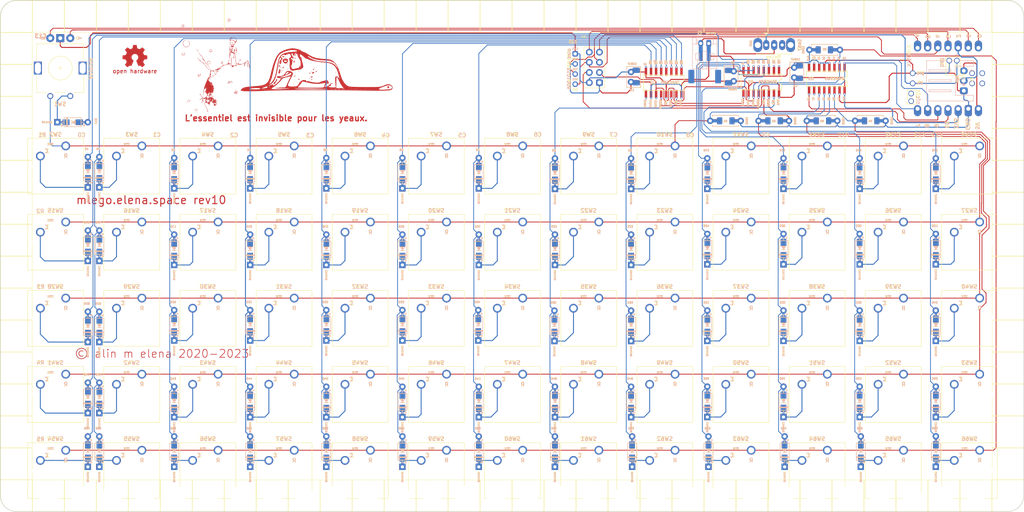
<source format=kicad_pcb>
(kicad_pcb (version 20211014) (generator pcbnew)
  (layers (0 "F.Cu" signal) (31 "B.Cu" signal) (34 "B.Paste" user) (35 "F.Paste" user) (36 "B.SilkS" user "B.Silkscreen") (37 "F.SilkS" user "F.Silkscreen") (38 "B.Mask" user) (39 "F.Mask" user) (44 "Edge.Cuts" user))
  (net 0 "")
  (net 1 "c0")
  (net 2 "c1")
  (net 3 "c2")
  (net 4 "c3")
  (net 5 "c4")
  (net 6 "c5")
  (net 7 "c6")
  (net 8 "c7")
  (net 9 "c8")
  (net 10 "c9")
  (net 11 "c10")
  (net 12 "c11")
  (net 13 "c12")
  (net 14 "r1")
  (net 15 "r2")
  (net 16 "r3")
  (net 17 "r4")
  (net 18 "r5")
  (net 19 "Net-(D1-Pad1)")
  (net 20 "Net-(D2-Pad1)")
  (net 21 "Net-(D3-Pad1)")
  (net 22 "Net-(D4-Pad1)")
  (net 23 "Net-(D5-Pad1)")
  (net 24 "Net-(D6-Pad1)")
  (net 25 "Net-(D7-Pad1)")
  (net 26 "Net-(D8-Pad1)")
  (net 27 "Net-(D9-Pad1)")
  (net 28 "Net-(D10-Pad1)")
  (net 29 "Net-(D11-Pad1)")
  (net 30 "Net-(D12-Pad1)")
  (net 31 "Net-(D13-Pad1)")
  (net 32 "Net-(D14-Pad1)")
  (net 33 "Net-(D15-Pad1)")
  (net 34 "Net-(D16-Pad1)")
  (net 35 "Net-(D17-Pad1)")
  (net 36 "Net-(D18-Pad1)")
  (net 37 "Net-(D19-Pad1)")
  (net 38 "Net-(D20-Pad1)")
  (net 39 "Net-(D21-Pad1)")
  (net 40 "Net-(D22-Pad1)")
  (net 41 "Net-(D23-Pad1)")
  (net 42 "Net-(D24-Pad1)")
  (net 43 "Net-(D25-Pad1)")
  (net 44 "Net-(D26-Pad1)")
  (net 45 "Net-(D27-Pad1)")
  (net 46 "Net-(D28-Pad1)")
  (net 47 "Net-(D29-Pad1)")
  (net 48 "Net-(D30-Pad1)")
  (net 49 "Net-(D31-Pad1)")
  (net 50 "Net-(D32-Pad1)")
  (net 51 "Net-(D33-Pad1)")
  (net 52 "Net-(D34-Pad1)")
  (net 53 "Net-(D35-Pad1)")
  (net 54 "Net-(D36-Pad1)")
  (net 55 "Net-(D37-Pad1)")
  (net 56 "Net-(D38-Pad1)")
  (net 57 "Net-(D39-Pad1)")
  (net 58 "Net-(D40-Pad1)")
  (net 59 "Net-(D41-Pad1)")
  (net 60 "Net-(D42-Pad1)")
  (net 61 "Net-(D43-Pad1)")
  (net 62 "Net-(D44-Pad1)")
  (net 63 "Net-(D45-Pad1)")
  (net 64 "Net-(D46-Pad1)")
  (net 65 "Net-(D47-Pad1)")
  (net 66 "Net-(D48-Pad1)")
  (net 67 "Net-(D49-Pad1)")
  (net 68 "Net-(D50-Pad1)")
  (net 69 "Net-(D51-Pad1)")
  (net 70 "Net-(D52-Pad1)")
  (net 71 "Net-(D53-Pad1)")
  (net 72 "Net-(D54-Pad1)")
  (net 73 "Net-(D55-Pad1)")
  (net 74 "Net-(D56-Pad1)")
  (net 75 "Net-(D57-Pad1)")
  (net 76 "Net-(D58-Pad1)")
  (net 77 "Net-(D59-Pad1)")
  (net 78 "Net-(D60-Pad1)")
  (net 79 "Net-(D61-Pad1)")
  (net 80 "Net-(D62-Pad1)")
  (net 81 "Net-(D63-Pad1)")
  (net 82 "Net-(D64-Pad1)")
  (net 83 "Net-(D65-Pad1)")
  (net 84 "+BATT")
  (net 85 "latch")
  (net 86 "clock")
  (net 87 "ea")
  (net 88 "eb")
  (net 89 "3v3")
  (net 91 "led")
  (net 92 "5V")
  (net 93 "sda")
  (net 94 "scl")
  (net 96 "bat-")
  (net 98 "Net-(U1-Pad9)")
  (net 100 "bat+")
  (net 103 "busy")
  (net 105 "dout")
  (net 106 "din")
  (net 108 "Net-(D66-Pad1)")
  (net 109 "c13")
  (net 114 "res")
  (footprint "m65:diode_v" (layer "F.Cu") (at 40.9 76.835 90)
    (fp_text reference "D1")
    (fp_text value "1N4148")
  )
  (footprint "m65:diode_v" (layer "F.Cu") (at 40.9 95.25 90)
    (fp_text reference "D15")
    (fp_text value "1N4148")
  )
  (footprint "m65:diode_v" (layer "F.Cu") (at 40.9 115.57 90)
    (fp_text reference "D28")
    (fp_text value "1N4148")
  )
  (footprint "m65:diode_v" (layer "F.Cu") (at 40.9 133.35 90)
    (fp_text reference "D41")
    (fp_text value "1N4148")
  )
  (footprint "m65:diode_v" (layer "F.Cu") (at 40.9 146.812 90)
    (fp_text reference "D54")
    (fp_text value "1N4148")
  )
  (footprint "m65:diode_v" (layer "F.Cu") (at 43.775 76.835 90)
    (fp_text reference "D2")
    (fp_text value "1N4148")
  )
  (footprint "m65:diode_v" (layer "F.Cu") (at 43.775 95.25 90)
    (fp_text reference "D16")
    (fp_text value "1N4148")
  )
  (footprint "m65:diode_v" (layer "F.Cu") (at 43.775 115.57 90)
    (fp_text reference "D29")
    (fp_text value "1N4148")
  )
  (footprint "m65:diode_v" (layer "F.Cu") (at 43.775 133.35 90)
    (fp_text reference "D42")
    (fp_text value "1N4148")
  )
  (footprint "m65:diode_v" (layer "F.Cu") (at 43.775 146.812 90)
    (fp_text reference "D55")
    (fp_text value "1N4148")
  )
  (footprint "m65:diode_v" (layer "F.Cu") (at 62.5 77.089 90)
    (fp_text reference "D3")
    (fp_text value "1N4148")
  )
  (footprint "m65:diode_v" (layer "F.Cu") (at 62.5 96.266 90)
    (fp_text reference "D17")
    (fp_text value "1N4148")
  )
  (footprint "m65:diode_v" (layer "F.Cu") (at 62.5 115.189 90)
    (fp_text reference "D30")
    (fp_text value "1N4148")
  )
  (footprint "m65:diode_v" (layer "F.Cu") (at 62.5 134.366 90)
    (fp_text reference "D43")
    (fp_text value "1N4148")
  )
  (footprint "m65:diode_v" (layer "F.Cu") (at 62.5 146.812 90)
    (fp_text reference "D56")
    (fp_text value "1N4148")
  )
  (footprint "m65:diode_v" (layer "F.Cu") (at 81.5 77.089 90)
    (fp_text reference "D4")
    (fp_text value "1N4148")
  )
  (footprint "m65:diode_v" (layer "F.Cu") (at 81.5 96.266 90)
    (fp_text reference "D18")
    (fp_text value "1N4148")
  )
  (footprint "m65:diode_v" (layer "F.Cu") (at 81.5 115.189 90)
    (fp_text reference "D31")
    (fp_text value "1N4148")
  )
  (footprint "m65:diode_v" (layer "F.Cu") (at 81.5 134.366 90)
    (fp_text reference "D44")
    (fp_text value "1N4148")
  )
  (footprint "m65:diode_v" (layer "F.Cu") (at 81.5 146.812 90)
    (fp_text reference "D57")
    (fp_text value "1N4148")
  )
  (footprint "m65:diode_v" (layer "F.Cu") (at 100.55 77.089 90)
    (fp_text reference "D5")
    (fp_text value "1N4148")
  )
  (footprint "m65:diode_v" (layer "F.Cu") (at 100.55 96.266 90)
    (fp_text reference "D19")
    (fp_text value "1N4148")
  )
  (footprint "m65:diode_v" (layer "F.Cu") (at 100.55 115.189 90)
    (fp_text reference "D32")
    (fp_text value "1N4148")
  )
  (footprint "m65:diode_v" (layer "F.Cu") (at 100.55 134.366 90)
    (fp_text reference "D45")
    (fp_text value "1N4148")
  )
  (footprint "m65:diode_v" (layer "F.Cu") (at 100.55 146.812 90)
    (fp_text reference "D58")
    (fp_text value "1N4148")
  )
  (footprint "m65:diode_v" (layer "F.Cu") (at 119.58 77.089 90)
    (fp_text reference "D6")
    (fp_text value "1N4148")
  )
  (footprint "m65:diode_v" (layer "F.Cu") (at 119.58 96.266 90)
    (fp_text reference "D20")
    (fp_text value "1N4148")
  )
  (footprint "m65:diode_v" (layer "F.Cu") (at 119.58 115.189 90)
    (fp_text reference "D33")
    (fp_text value "1N4148")
  )
  (footprint "m65:diode_v" (layer "F.Cu") (at 119.58 134.366 90)
    (fp_text reference "D46")
    (fp_text value "1N4148")
  )
  (footprint "m65:diode_v" (layer "F.Cu") (at 119.58 146.812 90)
    (fp_text reference "D59")
    (fp_text value "1N4148")
  )
  (footprint "m65:diode_v" (layer "F.Cu") (at 138.684 77.089 90)
    (fp_text reference "D7")
    (fp_text value "1N4148")
  )
  (footprint "m65:diode_v" (layer "F.Cu") (at 138.684 96.266 90)
    (fp_text reference "D21")
    (fp_text value "1N4148")
  )
  (footprint "m65:diode_v" (layer "F.Cu") (at 138.557 115.189 90)
    (fp_text reference "D34")
    (fp_text value "1N4148")
  )
  (footprint "m65:diode_v" (layer "F.Cu") (at 138.684 134.366 90)
    (fp_text reference "D47")
    (fp_text value "1N4148")
  )
  (footprint "m65:diode_v" (layer "F.Cu") (at 138.684 146.812 90)
    (fp_text reference "D60")
    (fp_text value "1N4148")
  )
  (footprint "m65:diode_v" (layer "F.Cu") (at 157.734 77.216 90)
    (fp_text reference "D8")
    (fp_text value "1N4148")
  )
  (footprint "m65:diode_v" (layer "F.Cu") (at 157.734 96.266 90)
    (fp_text reference "D22")
    (fp_text value "1N4148")
  )
  (footprint "m65:diode_v" (layer "F.Cu") (at 157.607 115.316 90)
    (fp_text reference "D35")
    (fp_text value "1N4148")
  )
  (footprint "m65:diode_v" (layer "F.Cu") (at 157.734 134.366 90)
    (fp_text reference "D48")
    (fp_text value "1N4148")
  )
  (footprint "m65:diode_v" (layer "F.Cu") (at 157.734 146.812 90)
    (fp_text reference "D61")
    (fp_text value "1N4148")
  )
  (footprint "m65:diode_v" (layer "F.Cu") (at 176.784 77.216 90)
    (fp_text reference "D9")
    (fp_text value "1N4148")
  )
  (footprint "m65:diode_v" (layer "F.Cu") (at 176.784 96.266 90)
    (fp_text reference "D23")
    (fp_text value "1N4148")
  )
  (footprint "m65:diode_v" (layer "F.Cu") (at 176.784 115.316 90)
    (fp_text reference "D36")
    (fp_text value "1N4148")
  )
  (footprint "m65:diode_v" (layer "F.Cu") (at 176.784 134.366 90)
    (fp_text reference "D49")
    (fp_text value "1N4148")
  )
  (footprint "m65:diode_v" (layer "F.Cu") (at 177.038 146.812 90)
    (fp_text reference "D62")
    (fp_text value "1N4148")
  )
  (footprint "m65:diode_v" (layer "F.Cu") (at 195.85 77.19 90)
    (fp_text reference "D10")
    (fp_text value "1N4148")
  )
  (footprint "m65:diode_v" (layer "F.Cu") (at 195.85 96.105 90)
    (fp_text reference "D24")
    (fp_text value "1N4148")
  )
  (footprint "m65:diode_v" (layer "F.Cu") (at 195.85 115.29 90)
    (fp_text reference "D37")
    (fp_text value "1N4148")
  )
  (footprint "m65:diode_v" (layer "F.Cu") (at 195.85 134.34 90)
    (fp_text reference "D50")
    (fp_text value "1N4148")
  )
  (footprint "m65:diode_v" (layer "F.Cu") (at 196.138 146.812 90)
    (fp_text reference "D63")
    (fp_text value "1N4148")
  )
  (footprint "m65:diode_v" (layer "F.Cu") (at 214.9 77.19 90)
    (fp_text reference "D11")
    (fp_text value "1N4148")
  )
  (footprint "m65:diode_v" (layer "F.Cu") (at 214.9 96.105 90)
    (fp_text reference "D25")
    (fp_text value "1N4148")
  )
  (footprint "m65:diode_v" (layer "F.Cu") (at 214.9 115.29 90)
    (fp_text reference "D38")
    (fp_text value "1N4148")
  )
  (footprint "m65:diode_v" (layer "F.Cu") (at 214.9 134.34 90)
    (fp_text reference "D51")
    (fp_text value "1N4148")
  )
  (footprint "m65:diode_v" (layer "F.Cu") (at 215.188 146.812 90)
    (fp_text reference "D64")
    (fp_text value "1N4148")
  )
  (footprint "m65:diode_v" (layer "F.Cu") (at 233.95 77.19 90)
    (fp_text reference "D12")
    (fp_text value "1N4148")
  )
  (footprint "m65:diode_v" (layer "F.Cu") (at 233.95 96.105 90)
    (fp_text reference "D26")
    (fp_text value "1N4148")
  )
  (footprint "m65:diode_v" (layer "F.Cu") (at 233.95 115.29 90)
    (fp_text reference "D39")
    (fp_text value "1N4148")
  )
  (footprint "m65:diode_v" (layer "F.Cu") (at 233.95 134.34 90)
    (fp_text reference "D52")
    (fp_text value "1N4148")
  )
  (footprint "m65:diode_v" (layer "F.Cu") (at 234.238 146.812 90)
    (fp_text reference "D65")
    (fp_text value "1N4148")
  )
  (footprint "m65:diode_v" (layer "F.Cu") (at 253 77.19 90)
    (fp_text reference "D13")
    (fp_text value "1N4148")
  )
  (footprint "m65:diode_v" (layer "F.Cu") (at 253 115.29 90)
    (fp_text reference "D40")
    (fp_text value "1N4148")
  )
  (footprint "m65:diode_v" (layer "F.Cu") (at 253 134.34 90)
    (fp_text reference "D53")
    (fp_text value "1N4148")
  )
  (footprint "m65:diode_v" (layer "F.Cu") (at 253 146.784 90)
    (fp_text reference "D66")
    (fp_text value "1N4148")
  )
  (footprint "m65:SW_Cherry_MX_1.00u_PCB" (layer "F.Cu") (at 32.83 71.54)
    (fp_text reference "SW2")
    (fp_text value "mx")
  )
  (footprint "m65:SW_Cherry_MX_1.00u_PCB" (layer "F.Cu") (at 32.83 90.59)
    (fp_text reference "SW15")
    (fp_text value "mx")
  )
  (footprint "m65:SW_Cherry_MX_1.00u_PCB" (layer "F.Cu") (at 32.83 109.64)
    (fp_text reference "SW28")
    (fp_text value "mx")
  )
  (footprint "m65:SW_Cherry_MX_1.00u_PCB" (layer "F.Cu") (at 32.83 128.69)
    (fp_text reference "SW41")
    (fp_text value "mx")
  )
  (footprint "m65:SW_Cherry_MX_1.00u_PCB" (layer "F.Cu") (at 32.83 147.74)
    (fp_text reference "SW54")
    (fp_text value "mx")
  )
  (footprint "m65:SW_Cherry_MX_1.00u_PCB" (layer "F.Cu") (at 51.88 71.54)
    (fp_text reference "SW3")
    (fp_text value "mx")
  )
  (footprint "m65:SW_Cherry_MX_1.00u_PCB" (layer "F.Cu") (at 51.88 90.59)
    (fp_text reference "SW16")
    (fp_text value "mx")
  )
  (footprint "m65:SW_Cherry_MX_1.00u_PCB" (layer "F.Cu") (at 51.88 109.64)
    (fp_text reference "SW29")
    (fp_text value "mx")
  )
  (footprint "m65:SW_Cherry_MX_1.00u_PCB" (layer "F.Cu") (at 51.88 128.69)
    (fp_text reference "SW42")
    (fp_text value "mx")
  )
  (footprint "m65:SW_Cherry_MX_1.00u_PCB" (layer "F.Cu") (at 51.88 147.74)
    (fp_text reference "SW55")
    (fp_text value "mx")
  )
  (footprint "m65:SW_Cherry_MX_1.00u_PCB" (layer "F.Cu") (at 70.93 71.54)
    (fp_text reference "SW4")
    (fp_text value "mx")
  )
  (footprint "m65:SW_Cherry_MX_1.00u_PCB" (layer "F.Cu") (at 70.93 90.59)
    (fp_text reference "SW17")
    (fp_text value "mx")
  )
  (footprint "m65:SW_Cherry_MX_1.00u_PCB" (layer "F.Cu") (at 70.93 109.64)
    (fp_text reference "SW30")
    (fp_text value "mx")
  )
  (footprint "m65:SW_Cherry_MX_1.00u_PCB" (layer "F.Cu") (at 70.93 128.69)
    (fp_text reference "SW43")
    (fp_text value "mx")
  )
  (footprint "m65:SW_Cherry_MX_1.00u_PCB" (layer "F.Cu") (at 70.93 147.74)
    (fp_text reference "SW56")
    (fp_text value "mx")
  )
  (footprint "m65:SW_Cherry_MX_1.00u_PCB" (layer "F.Cu") (at 89.98 71.54)
    (fp_text reference "SW5")
    (fp_text value "mx")
  )
  (footprint "m65:SW_Cherry_MX_1.00u_PCB" (layer "F.Cu") (at 89.98 90.59)
    (fp_text reference "SW18")
    (fp_text value "mx")
  )
  (footprint "m65:SW_Cherry_MX_1.00u_PCB" (layer "F.Cu") (at 89.98 109.64)
    (fp_text reference "SW31")
    (fp_text value "mx")
  )
  (footprint "m65:SW_Cherry_MX_1.00u_PCB" (layer "F.Cu") (at 89.98 128.69)
    (fp_text reference "SW44")
    (fp_text value "mx")
  )
  (footprint "m65:SW_Cherry_MX_1.00u_PCB" (layer "F.Cu") (at 89.98 147.74)
    (fp_text reference "SW57")
    (fp_text value "mx")
  )
  (footprint "m65:SW_Cherry_MX_1.00u_PCB" (layer "F.Cu") (at 109.03 71.54)
    (fp_text reference "SW6")
    (fp_text value "mx")
  )
  (footprint "m65:SW_Cherry_MX_1.00u_PCB" (layer "F.Cu") (at 109.03 90.59)
    (fp_text reference "SW19")
    (fp_text value "mx")
  )
  (footprint "m65:SW_Cherry_MX_1.00u_PCB" (layer "F.Cu") (at 109.03 109.64)
    (fp_text reference "SW32")
    (fp_text value "mx")
  )
  (footprint "m65:SW_Cherry_MX_1.00u_PCB" (layer "F.Cu") (at 109.03 128.69)
    (fp_text reference "SW45")
    (fp_text value "mx")
  )
  (footprint "m65:SW_Cherry_MX_1.00u_PCB" (layer "F.Cu") (at 109.03 147.74)
    (fp_text reference "SW58")
    (fp_text value "mx")
  )
  (footprint "m65:SW_Cherry_MX_1.00u_PCB" (layer "F.Cu") (at 128.08 71.54)
    (fp_text reference "SW7")
    (fp_text value "mx")
  )
  (footprint "m65:SW_Cherry_MX_1.00u_PCB" (layer "F.Cu") (at 128.08 90.59)
    (fp_text reference "SW20")
    (fp_text value "mx")
  )
  (footprint "m65:SW_Cherry_MX_1.00u_PCB" (layer "F.Cu") (at 128.08 109.64)
    (fp_text reference "SW33")
    (fp_text value "mx")
  )
  (footprint "m65:SW_Cherry_MX_1.00u_PCB" (layer "F.Cu") (at 128.08 128.69)
    (fp_text reference "SW46")
    (fp_text value "mx")
  )
  (footprint "m65:SW_Cherry_MX_1.00u_PCB" (layer "F.Cu") (at 128.08 147.74)
    (fp_text reference "SW59")
    (fp_text value "mx")
  )
  (footprint "m65:SW_Cherry_MX_1.00u_PCB" (layer "F.Cu") (at 147.13 71.54)
    (fp_text reference "SW8")
    (fp_text value "mx")
  )
  (footprint "m65:SW_Cherry_MX_1.00u_PCB" (layer "F.Cu") (at 147.13 90.59)
    (fp_text reference "SW21")
    (fp_text value "mx")
  )
  (footprint "m65:SW_Cherry_MX_1.00u_PCB" (layer "F.Cu") (at 147.13 109.64)
    (fp_text reference "SW34")
    (fp_text value "mx")
  )
  (footprint "m65:SW_Cherry_MX_1.00u_PCB" (layer "F.Cu") (at 147.13 128.69)
    (fp_text reference "SW47")
    (fp_text value "mx")
  )
  (footprint "m65:SW_Cherry_MX_1.00u_PCB" (layer "F.Cu") (at 147.13 147.74)
    (fp_text reference "SW60")
    (fp_text value "mx")
  )
  (footprint "m65:SW_Cherry_MX_1.00u_PCB" (layer "F.Cu") (at 166.18 71.54)
    (fp_text reference "SW9")
    (fp_text value "mx")
  )
  (footprint "m65:SW_Cherry_MX_1.00u_PCB" (layer "F.Cu") (at 166.18 90.59)
    (fp_text reference "SW22")
    (fp_text value "mx")
  )
  (footprint "m65:SW_Cherry_MX_1.00u_PCB" (layer "F.Cu") (at 166.18 109.64)
    (fp_text reference "SW35")
    (fp_text value "mx")
  )
  (footprint "m65:SW_Cherry_MX_1.00u_PCB" (layer "F.Cu") (at 166.18 128.69)
    (fp_text reference "SW48")
    (fp_text value "mx")
  )
  (footprint "m65:SW_Cherry_MX_1.00u_PCB" (layer "F.Cu") (at 166.18 147.74)
    (fp_text reference "SW61")
    (fp_text value "mx")
  )
  (footprint "m65:SW_Cherry_MX_1.00u_PCB" (layer "F.Cu") (at 185.23 71.54)
    (fp_text reference "SW10")
    (fp_text value "mx")
  )
  (footprint "m65:SW_Cherry_MX_1.00u_PCB" (layer "F.Cu") (at 185.23 90.59)
    (fp_text reference "SW23")
    (fp_text value "mx")
  )
  (footprint "m65:SW_Cherry_MX_1.00u_PCB" (layer "F.Cu") (at 185.23 109.64)
    (fp_text reference "SW36")
    (fp_text value "mx")
  )
  (footprint "m65:SW_Cherry_MX_1.00u_PCB" (layer "F.Cu") (at 185.23 128.69)
    (fp_text reference "SW49")
    (fp_text value "mx")
  )
  (footprint "m65:SW_Cherry_MX_1.00u_PCB" (layer "F.Cu") (at 185.23 147.74)
    (fp_text reference "SW62")
    (fp_text value "mx")
  )
  (footprint "m65:SW_Cherry_MX_1.00u_PCB" (layer "F.Cu") (at 204.28 71.54)
    (fp_text reference "SW11")
    (fp_text value "mx")
  )
  (footprint "m65:SW_Cherry_MX_1.00u_PCB" (layer "F.Cu") (at 204.28 90.59)
    (fp_text reference "SW24")
    (fp_text value "mx")
  )
  (footprint "m65:SW_Cherry_MX_1.00u_PCB" (layer "F.Cu") (at 204.28 109.64)
    (fp_text reference "SW37")
    (fp_text value "mx")
  )
  (footprint "m65:SW_Cherry_MX_1.00u_PCB" (layer "F.Cu") (at 204.28 128.69)
    (fp_text reference "SW50")
    (fp_text value "mx")
  )
  (footprint "m65:SW_Cherry_MX_1.00u_PCB" (layer "F.Cu") (at 204.28 147.74)
    (fp_text reference "SW63")
    (fp_text value "mx")
  )
  (footprint "m65:SW_Cherry_MX_1.00u_PCB" (layer "F.Cu") (at 223.33 71.54)
    (fp_text reference "SW12")
    (fp_text value "mx")
  )
  (footprint "m65:SW_Cherry_MX_1.00u_PCB" (layer "F.Cu") (at 223.33 90.59)
    (fp_text reference "SW25")
    (fp_text value "mx")
  )
  (footprint "m65:SW_Cherry_MX_1.00u_PCB" (layer "F.Cu") (at 223.33 109.64)
    (fp_text reference "SW38")
    (fp_text value "mx")
  )
  (footprint "m65:SW_Cherry_MX_1.00u_PCB" (layer "F.Cu") (at 223.33 128.69)
    (fp_text reference "SW51")
    (fp_text value "mx")
  )
  (footprint "m65:SW_Cherry_MX_1.00u_PCB-3d" (layer "F.Cu") (at 223.33 147.74)
    (fp_text reference "SW64")
    (fp_text value "mx")
  )
  (footprint "m65:SW_Cherry_MX_1.00u_PCB-3d" (layer "F.Cu") (at 242.38 71.54)
    (fp_text reference "SW13")
    (fp_text value "mx")
  )
  (footprint "m65:SW_Cherry_MX_1.00u_PCB-3d" (layer "F.Cu") (at 242.38 90.59)
    (fp_text reference "SW26")
    (fp_text value "mx")
  )
  (footprint "m65:SW_Cherry_MX_1.00u_PCB-3d" (layer "F.Cu") (at 242.38 109.64)
    (fp_text reference "SW39")
    (fp_text value "mx")
  )
  (footprint "m65:SW_Cherry_MX_1.00u_PCB-3d" (layer "F.Cu") (at 242.38 128.69)
    (fp_text reference "SW52")
    (fp_text value "mx")
  )
  (footprint "m65:SW_Cherry_MX_1.00u_PCB-3d" (layer "F.Cu") (at 242.38 147.74)
    (fp_text reference "SW65")
    (fp_text value "mx")
  )
  (footprint "m65:SW_Cherry_MX_1.00u_PCB-3d" (layer "F.Cu") (at 261.43 71.54)
    (fp_text reference "SW14")
    (fp_text value "mx")
  )
  (footprint "m65:SW_Cherry_MX_1.00u_PCB-3d" (layer "F.Cu") (at 261.43 90.59)
    (fp_text reference "SW27")
    (fp_text value "mx")
  )
  (footprint "m65:SW_Cherry_MX_1.00u_PCB-3d" (layer "F.Cu") (at 261.43 109.64)
    (fp_text reference "SW40")
    (fp_text value "mx")
  )
  (footprint "m65:SW_Cherry_MX_1.00u_PCB-3d" (layer "F.Cu") (at 261.43 128.69)
    (fp_text reference "SW53")
    (fp_text value "mx")
  )
  (footprint "m65:SW_Cherry_MX_1.00u_PCB-3d" (layer "F.Cu") (at 261.43 147.74)
    (fp_text reference "SW66")
    (fp_text value "mx")
  )
  (footprint "m65:diode_v" (layer "F.Cu") (at 253 96.105 90)
    (fp_text reference "D27")
    (fp_text value "1N4148")
  )
  (footprint "m65:RotaryEncoder_Alps_EC11E_Vertical_H20mm" (layer "F.Cu") (at 34 46.975 -90)
    (fp_text reference "SW1")
    (fp_text value "Volume" hide)
  )
  (footprint "m65:OSHW-Logo2_9.8x8mm_Copper" (layer "F.Cu") (at 52.67 44.897846)
    (fp_text reference "G4" hide)
    (fp_text value "OSHW" hide)
  )
  (footprint "m65:OLED_128x32" (layer "F.Cu") (at 162.8 47.2 90)
    (fp_text reference "OL1")
    (fp_text value "oled - SSD1306" hide)
  )
  (footprint "m65:battery connector" (layer "F.Cu") (at 194.2 40.8)
    (fp_text reference "J2")
    (fp_text value "battery")
  )
  (footprint "m65:74HC595-sop16" (layer "F.Cu") (at 209.2 50.4 -90)
    (fp_text reference "U1")
    (fp_text value "74HC595")
  )
  (footprint "m65:LegoHole_16-32u_4875" (layer "F.Cu") (at 23.025 34.05)
    (fp_text reference "H1" hide)
    (fp_text value "MountingHole" hide)
  )
  (footprint "m65:R-dual-10k" (layer "F.Cu") (at 220.735 60.175)
    (fp_text reference "R3")
    (fp_text value "10kΩ")
  )
  (footprint "m65:R-dual-10k" (layer "F.Cu") (at 196.575 60.175)
    (fp_text reference "R1")
    (fp_text value "10kΩ")
  )
  (footprint "m65:74HC595-sop16" (layer "F.Cu") (at 184.8 50.6 -90)
    (fp_text reference "U2")
    (fp_text value "74HC595")
  )
  (footprint "m65:R-dual-10k" (layer "F.Cu") (at 232.815 60.175)
    (fp_text reference "R4")
    (fp_text value "10kΩ")
  )
  (footprint "m65:ssd-1680" (layer "F.Cu") (at 167.6 46.8)
    (fp_text reference "DS1")
    (fp_text value "eink")
  )
  (footprint "m65:lp-copper" (layer "F.Cu") (at 72.297229 45.171224)
    (fp_text reference "L1" hide)
    (fp_text value "LOGO" hide)
  )
  (footprint "m65:C-dual" (layer "F.Cu") (at 217.875 46.840432 -90)
    (fp_text reference "C2")
    (fp_text value "100nF")
  )
  (footprint "m65:R-dual-10k" (layer "F.Cu") (at 208.655 60.175)
    (fp_text reference "R2")
    (fp_text value "10kΩ")
  )
  (footprint "m65:74HC165-sop16" (layer "F.Cu") (at 225.6 49.6 -90)
    (fp_text reference "U3")
    (fp_text value "74HC165")
  )
  (footprint "m65:connector-rgb" (layer "F.Cu") (at 260 52.65 90)
    (fp_text reference "J1")
    (fp_text value "rgb")
  )
  (footprint "m65:xiao-ble-tht-new" (layer "F.Cu") (at 256.047094 47.99 -90)
    (fp_text reference "U4" hide)
    (fp_text value "SeeeduinoXIAOBLE" hide)
  )
  (footprint "m65:switch_slide" (layer "F.Cu") (at 210.575 41.2)
    (fp_text reference "SW67")
    (fp_text value "on/off")
  )
  (footprint "m65:el-copper" (layer "F.Cu") (at 98.55 47.5)
    (fp_text reference "G***" hide)
    (fp_text value "LOGO" hide)
  )
  (footprint "m65:C-dual" (layer "F.Cu") (at 177.05 47.95 -90)
    (fp_text reference "C1")
    (fp_text value "100nF")
  )
  (footprint "m65:C-dual" (layer "F.Cu") (at 202.15 50.25 90)
    (fp_text reference "C3")
    (fp_text value "100nF")
  )
  (footprint "m65:diode_v" (layer "F.Cu") (at 33.265 60.525)
    (fp_text reference "D14")
    (fp_text value "1N4148")
  )
  (footprint "m65:R-dual-10k" (layer "F.Cu") (at 229.01 42.4 180)
    (fp_text reference "R5")
    (fp_text value "10kΩ")
  )
  (gr_arc (start 271 30) (mid 273.828427 31.171573) (end 275 34) (layer "Edge.Cuts") (width 0.15))
  (gr_line (start 19 34) (end 19 154) (layer "Edge.Cuts") (width 0.15))
  (gr_line (start 271 30) (end 23 30) (layer "Edge.Cuts") (width 0.15))
  (gr_line (start 23 158) (end 271 158) (layer "Edge.Cuts") (width 0.15))
  (gr_arc (start 275 154) (mid 273.828427 156.828427) (end 271 158) (layer "Edge.Cuts") (width 0.15))
  (gr_arc (start 19 34) (mid 20.171573 31.171573) (end 23 30) (layer "Edge.Cuts") (width 0.15))
  (gr_line (start 275 34) (end 275 154) (layer "Edge.Cuts") (width 0.15))
  (gr_arc (start 23 158) (mid 20.171573 156.828427) (end 19 154) (layer "Edge.Cuts") (width 0.15))
  (gr_text "© alin m elena 2020-2023" (at 59.425 118.475) (layer "F.Cu") (effects (font (size 2 2))))
  (gr_text "L'essentiel est invisible pour les yeaux." (at 88 59.5) (layer "F.Cu") (effects (font (size 1.5 1.5) (thickness 0.3))))
  (gr_text "mlego.elena.space rev10" (at 56.75 80) (layer "F.Cu") (effects (font (size 2 2) (thickness 0.25))))
  (gr_text "C6" (at 153.45 63.6) (layer "B.SilkS") (effects (font (size 1 1)) (justify mirror)))
  (gr_text "C7" (at 172.45 63.65) (layer "B.SilkS") (effects (font (size 1 1)) (justify mirror)))
  (gr_text "R4" (at 29.025 120.725) (layer "B.SilkS") (effects (font (size 1 1)) (justify mirror)))
  (gr_text "R5" (at 29.05 139.9) (layer "B.SilkS") (effects (font (size 1 1)) (justify mirror)))
  (gr_text "C12" (at 253.35 63.675) (layer "B.SilkS") (effects (font (size 1 1)) (justify mirror)))
  (gr_text "C3" (at 96.575 63.825) (layer "B.SilkS") (effects (font (size 1 1)) (justify mirror)))
  (gr_text "C1" (at 58.15 63.65) (layer "B.SilkS") (effects (font (size 1 1)) (justify mirror)))
  (gr_text "C8" (at 191.575 63.725) (layer "B.SilkS") (effects (font (size 1 1)) (justify mirror)))
  (gr_text "C10" (at 229.875 63.65) (layer "B.SilkS") (effects (font (size 1 1)) (justify mirror)))
  (gr_text "R2" (at 29 82.8) (layer "B.SilkS") (effects (font (size 1 1)) (justify mirror)))
  (gr_text "C0" (at 39.325 63.7) (layer "B.SilkS") (effects (font (size 1 1)) (justify mirror)))
  (gr_text "C4" (at 115.45 63.8) (layer "B.SilkS") (effects (font (size 1 1)) (justify mirror)))
  (gr_text "C2" (at 77.55 63.775) (layer "B.SilkS") (effects (font (size 1 1)) (justify mirror)))
  (gr_text "R1" (at 29.475 63.725) (layer "B.SilkS") (effects (font (size 1 1)) (justify mirror)))
  (gr_text "C5" (at 134.55 63.775) (layer "B.SilkS") (effects (font (size 1 1)) (justify mirror)))
  (gr_text "R3" (at 29.125 101.725) (layer "B.SilkS") (effects (font (size 1 1)) (justify mirror)))
  (gr_text "C11" (at 249.025 63.625) (layer "B.SilkS") (effects (font (size 1 1)) (justify mirror)))
  (gr_text "C13" (at 29.1 38.95) (layer "B.SilkS") (effects (font (size 1 1) (thickness 0.25)) (justify mirror)))
  (gr_text "C9" (at 210.525 63.675) (layer "B.SilkS") (effects (font (size 1 1)) (justify mirror)))
  (gr_text "R4" (at 29.07 120.74) (layer "F.SilkS") (effects (font (size 1 1))))
  (gr_text "C1" (at 58.125 63.625) (layer "F.SilkS") (effects (font (size 1 1))))
  (gr_text "C0" (at 39.3 63.7) (layer "F.SilkS") (effects (font (size 1 1))))
  (gr_text "C3" (at 96.325 63.8) (layer "F.SilkS") (effects (font (size 1 1))))
  (gr_text "C9" (at 210.5 63.675) (layer "F.SilkS") (effects (font (size 1 1))))
  (gr_text "C5" (at 134.45 63.775) (layer "F.SilkS") (effects (font (size 1 1))))
  (gr_text "C8" (at 191.4 63.725) (layer "F.SilkS") (effects (font (size 1 1))))
  (gr_text "C2" (at 77.3 63.75) (layer "F.SilkS") (effects (font (size 1 1))))
  (gr_text "C4" (at 115.275 63.8) (layer "F.SilkS") (effects (font (size 1 1))))
  (gr_text "R5" (at 29.05 139.9) (layer "F.SilkS") (effects (font (size 1 1))))
  (gr_text "R2" (at 28.95 82.8) (layer "F.SilkS") (effects (font (size 1 1))))
  (gr_text "C11" (at 249 63.6) (layer "F.SilkS") (effects (font (size 1 1))))
  (gr_text "C7" (at 172.3 63.65) (layer "F.SilkS") (effects (font (size 1 1))))
  (gr_text "C10" (at 229.85 63.65) (layer "F.SilkS") (effects (font (size 1 1))))
  (gr_text "C6" (at 153.35 63.6) (layer "F.SilkS") (effects (font (size 1 1))))
  (gr_text "R1" (at 29.625 63.725) (layer "F.SilkS") (effects (font (size 1 1))))
  (gr_text "C13" (at 29.05 38.95) (layer "F.SilkS") (effects (font (size 1 1) (thickness 0.25))))
  (gr_text "R3" (at 29.1 101.75) (layer "F.SilkS") (effects (font (size 1 1))))
  (gr_text "C12" (at 253.275 63.675) (layer "F.SilkS") (effects (font (size 1 1))))
  (segment (start 42.01 68.105) (end 40.9 69.215) (width 0.2) (layer "B.Cu") (net 1))
  (segment (start 42.2 106.65) (end 42.2 88.725) (width 0.2) (layer "B.Cu") (net 1))
  (segment (start 40.9 125.73) (end 42.025 124.605) (width 0.2) (layer "B.Cu") (net 1))
  (segment (start 42.025 124.605) (end 42.025 109.075) (width 0.2) (layer "B.Cu") (net 1))
  (segment (start 189.4 40.8) (end 187.4 38.8) (width 0.2) (layer "B.Cu") (net 1))
  (segment (start 40.9 107.95) (end 42.2 106.65) (width 0.2) (layer "B.Cu") (net 1))
  (segment (start 42.025 138.067) (end 42.025 126.855) (width 0.2) (layer "B.Cu") (net 1))
  (segment (start 40.9 139.192) (end 42.025 138.067) (width 0.2) (layer "B.Cu") (net 1))
  (segment (start 40.9 87.63) (end 42.144288 86.385712) (width 0.2) (layer "B.Cu") (net 1))
  (segment (start 42.025 126.855) (end 40.9 125.73) (width 0.2) (layer "B.Cu") (net 1))
  (segment (start 42.01 39.81) (end 42.01 68.105) (width 0.2) (layer "B.Cu") (net 1))
  (segment (start 42.144288 86.385712) (end 42.144288 70.459288) (width 0.2) (layer "B.Cu") (net 1))
  (segment (start 189.4 46.7) (end 189.4 40.8) (width 0.2) (layer "B.Cu") (net 1))
  (segment (start 42.2 88.725) (end 41.105 87.63) (width 0.2) (layer "B.Cu") (net 1))
  (segment (start 187.4 38.8) (end 43.02 38.8) (width 0.2) (layer "B.Cu") (net 1))
  (segment (start 43.02 38.8) (end 42.01 39.81) (width 0.2) (layer "B.Cu") (net 1))
  (segment (start 42.144288 70.459288) (end 40.9 69.215) (width 0.2) (layer "B.Cu") (net 1))
  (segment (start 42.025 109.075) (end 40.9 107.95) (width 0.2) (layer "B.Cu") (net 1))
  (segment (start 188.12 40.92) (end 186.4 39.2) (width 0.2) (layer "B.Cu") (net 2))
  (segment (start 43.775 139.192) (end 42.475 137.892) (width 0.2) (layer "B.Cu") (net 2))
  (segment (start 42.475 124.43) (end 42.475 109.25) (width 0.2) (layer "B.Cu") (net 2))
  (segment (start 188.12 46.7) (end 188.12 40.92) (width 0.2) (layer "B.Cu") (net 2))
  (segment (start 42.65 88.755) (end 43.775 87.63) (width 0.2) (layer "B.Cu") (net 2))
  (segment (start 42.65 106.825) (end 42.65 88.755) (width 0.2) (layer "B.Cu") (net 2))
  (segment (start 42.475 127.03) (end 43.775 125.73) (width 0.2) (layer "B.Cu") (net 2))
  (segment (start 42.594288 70.395712) (end 43.775 69.215) (width 0.2) (layer "B.Cu") (net 2))
  (segment (start 43.775 125.73) (end 42.475 124.43) (width 0.2) (layer "B.Cu") (net 2))
  (segment (start 42.594288 86.449288) (end 42.594288 70.395712) (width 0.2) (layer "B.Cu") (net 2))
  (segment (start 42.475 137.892) (end 42.475 127.03) (width 0.2) (layer "B.Cu") (net 2))
  (segment (start 186.4 39.2) (end 44.6 39.2) (width 0.2) (layer "B.Cu") (net 2))
  (segment (start 43.775 107.95) (end 42.65 106.825) (width 0.2) (layer "B.Cu") (net 2))
  (segment (start 43.775 87.63) (end 42.594288 86.449288) (width 0.2) (layer "B.Cu") (net 2))
  (segment (start 43.775 40.025) (end 43.775 69.215) (width 0.2) (layer "B.Cu") (net 2))
  (segment (start 44.6 39.2) (end 43.775 40.025) (width 0.2) (layer "B.Cu") (net 2))
  (segment (start 42.475 109.25) (end 43.775 107.95) (width 0.2) (layer "B.Cu") (net 2))
  (segment (start 61.375 138.067) (end 61.375 127.871) (width 0.2) (layer "B.Cu") (net 3))
  (segment (start 61.375 105.85) (end 61.375 89.771) (width 0.2) (layer "B.Cu") (net 3))
  (segment (start 62.5 88.646) (end 61.4 87.546) (width 0.2) (layer "B.Cu") (net 3))
  (segment (start 61.4 105.875) (end 61.375 105.85) (width 0.2) (layer "B.Cu") (net 3))
  (segment (start 61.4 87.546) (end 61.4 87.3) (width 0.2) (layer "B.Cu") (net 3))
  (segment (start 185.2 39.6) (end 64.8 39.6) (width 0.2) (layer "B.Cu") (net 3))
  (segment (start 62.5 41.9) (end 62.5 69.469) (width 0.2) (layer "B.Cu") (net 3))
  (segment (start 186.86 41.26) (end 185.2 39.6) (width 0.2) (layer "B.Cu") (net 3))
  (segment (start 62.5 107.569) (end 61.4 106.469) (width 0.2) (layer "B.Cu") (net 3))
  (segment (start 62.5 107.569) (end 61.375 108.694) (width 0.2) (layer "B.Cu") (net 3))
  (segment (start 61.375 108.694) (end 61.375 125.621) (width 0.2) (layer "B.Cu") (net 3))
  (segment (start 61.375 125.621) (end 62.5 126.746) (width 0.2) (layer "B.Cu") (net 3))
  (segment (start 61.4 106.469) (end 61.4 105.875) (width 0.2) (layer "B.Cu") (net 3))
  (segment (start 61.375 70.594) (end 62.5 69.469) (width 0.2) (layer "B.Cu") (net 3))
  (segment (start 61.375 87.275) (end 61.375 70.594) (width 0.2) (layer "B.Cu") (net 3))
  (segment (start 186.86 46.7) (end 186.86 41.26) (width 0.2) (layer "B.Cu") (net 3))
  (segment (start 61.375 127.871) (end 62.5 126.746) (width 0.2) (layer "B.Cu") (net 3))
  (segment (start 64.8 39.6) (end 62.5 41.9) (width 0.2) (layer "B.Cu") (net 3))
  (segment (start 61.375 89.771) (end 62.5 88.646) (width 0.2) (layer "B.Cu") (net 3))
  (segment (start 61.4 87.3) (end 61.375 87.275) (width 0.2) (layer "B.Cu") (net 3))
  (segment (start 62.5 139.192) (end 61.375 138.067) (width 0.2) (layer "B.Cu") (net 3))
  (segment (start 80.375 108.694) (end 80.375 114.064) (width 0.25) (layer "B.Cu") (net 4))
  (segment (start 80.325 75.964) (end 80.35 75.989) (width 0.25) (layer "B.Cu") (net 4))
  (segment (start 81.5 107.569) (end 80.375 108.694) (width 0.25) (layer "B.Cu") (net 4))
  (segment (start 81.5 107.569) (end 80.325 106.394) (width 0.25) (layer "B.Cu") (net 4))
  (segment (start 80.375 127.871) (end 81.5 126.746) (width 0.25) (layer "B.Cu") (net 4))
  (segment (start 185.59 41.59) (end 184 40) (width 0.2) (layer "B.Cu") (net 4))
  (segment (start 82.6 40) (end 81.5 41.1) (width 0.2) (layer "B.Cu") (net 4))
  (segment (start 81.5 41.1) (end 81.5 69.469) (width 0.2) (layer "B.Cu") (net 4))
  (segment (start 80.325 106.394) (end 80.325 89.821) (width 0.25) (layer "B.Cu") (net 4))
  (segment (start 81.5 69.469) (end 80.325 70.644) (width 0.25) (layer "B.Cu") (net 4))
  (segment (start 80.325 89.821) (end 81.5 88.646) (width 0.25) (layer "B.Cu") (net 4))
  (segment (start 80.325 70.644) (end 80.325 75.964) (width 0.25) (layer "B.Cu") (net 4))
  (segment (start 184 40) (end 82.6 40) (width 0.2) (layer "B.Cu") (net 4))
  (segment (start 80.375 114.064) (end 80.325 114.114) (width 0.25) (layer "B.Cu") (net 4))
  (segment (start 185.59 46.7) (end 185.59 41.59) (width 0.2) (layer "B.Cu") (net 4))
  (segment (start 80.325 114.114) (end 80.325 125.571) (width 0.25) (layer "B.Cu") (net 4))
  (segment (start 80.35 75.989) (end 80.35 87.496) (width 0.25) (layer "B.Cu") (net 4))
  (segment (start 80.35 87.496) (end 81.5 88.646) (width 0.25) (layer "B.Cu") (net 4))
  (segment (start 80.325 125.571) (end 81.5 126.746) (width 0.25) (layer "B.Cu") (net 4))
  (segment (start 81.5 139.192) (end 80.375 138.067) (width 0.25) (layer "B.Cu") (net 4))
  (segment (start 80.375 138.067) (end 80.375 127.871) (width 0.25) (layer "B.Cu") (net 4))
  (segment (start 100.55 41.65) (end 100.55 69.469) (width 0.2) (layer "B.Cu") (net 5))
  (segment (start 99.425 87.475) (end 99.425 70.594) (width 0.2) (layer "B.Cu") (net 5))
  (segment (start 100.55 126.746) (end 99.425 125.621) (width 0.2) (layer "B.Cu") (net 5))
  (segment (start 99.45 87.5) (end 99.425 87.475) (width 0.2) (layer "B.Cu") (net 5))
  (segment (start 183 40.4) (end 101.8 40.4) (width 0.2) (layer "B.Cu") (net 5))
  (segment (start 99.4 127.896) (end 100.55 126.746) (width 0.2) (layer "B.Cu") (net 5))
  (segment (start 99.425 125.621) (end 99.425 108.694) (width 0.2) (layer "B.Cu") (net 5))
  (segment (start 99.425 89.771) (end 100.55 88.646) (width 0.2) (layer "B.Cu") (net 5))
  (segment (start 99.425 106.275) (end 99.425 89.771) (width 0.2) (layer "B.Cu") (net 5))
  (segment (start 100.55 107.569) (end 99.475 106.494) (width 0.2) (layer "B.Cu") (net 5))
  (segment (start 101.8 40.4) (end 100.55 41.65) (width 0.2) (layer "B.Cu") (net 5))
  (segment (start 99.475 106.494) (end 99.475 106.325) (width 0.2) (layer "B.Cu") (net 5))
  (segment (start 99.425 108.694) (end 100.55 107.569) (width 0.2) (layer "B.Cu") (net 5))
  (segment (start 99.45 87.546) (end 99.45 87.5) (width 0.2) (layer "B.Cu") (net 5))
  (segment (start 184.31 41.71) (end 183 40.4) (width 0.2) (layer "B.Cu") (net 5))
  (segment (start 99.475 106.325) (end 99.425 106.275) (width 0.2) (layer "B.Cu") (net 5))
  (segment (start 184.31 46.7) (end 184.31 41.71) (width 0.2) (layer "B.Cu") (net 5))
  (segment (start 99.425 70.594) (end 100.55 69.469) (width 0.2) (layer "B.Cu") (net 5))
  (segment (start 100.55 88.646) (end 99.45 87.546) (width 0.2) (layer "B.Cu") (net 5))
  (segment (start 100.55 139.192) (end 99.4 138.042) (width 0.2) (layer "B.Cu") (net 5))
  (segment (start 99.4 138.042) (end 99.4 127.896) (width 0.2) (layer "B.Cu") (net 5))
  (segment (start 119.58 43.42) (end 119.58 69.469) (width 0.2) (layer "B.Cu") (net 6))
  (segment (start 118.375 87.441) (end 118.375 70.674) (width 0.2) (layer "B.Cu") (net 6))
  (segment (start 119.58 107.569) (end 118.375 106.364) (width 0.2) (layer "B.Cu") (net 6))
  (segment (start 118.375 70.674) (end 119.58 69.469) (width 0.2) (layer "B.Cu") (net 6))
  (segment (start 122.2 40.8) (end 119.58 43.42) (width 0.2) (layer "B.Cu") (net 6))
  (segment (start 181.6 40.8) (end 122.2 40.8) (width 0.2) (layer "B.Cu") (net 6))
  (segment (start 183.04 46.7) (end 183.04 42.24) (width 0.2) (layer "B.Cu") (net 6))
  (segment (start 118.425 138.037) (end 118.425 127.901) (width 0.2) (layer "B.Cu") (net 6))
  (segment (start 118.275 108.874) (end 119.58 107.569) (width 0.2) (layer "B.Cu") (net 6))
  (segment (start 118.375 106.364) (end 118.375 89.851) (width 0.2) (layer "B.Cu") (net 6))
  (segment (start 183.04 42.24) (end 181.6 40.8) (width 0.2) (layer "B.Cu") (net 6))
  (segment (start 119.58 139.192) (end 118.425 138.037) (width 0.2) (layer "B.Cu") (net 6))
  (segment (start 118.275 125.441) (end 118.275 108.874) (width 0.2) (layer "B.Cu") (net 6))
  (segment (start 119.58 126.746) (end 118.275 125.441) (width 0.2) (layer "B.Cu") (net 6))
  (segment (start 118.375 89.851) (end 119.58 88.646) (width 0.2) (layer "B.Cu") (net 6))
  (segment (start 119.58 88.646) (end 118.375 87.441) (width 0.2) (layer "B.Cu") (net 6))
  (segment (start 118.425 127.901) (end 119.58 126.746) (width 0.2) (layer "B.Cu") (net 6))
  (segment (start 137.4 70.753) (end 138.684 69.469) (width 0.2) (layer "B.Cu") (net 7))
  (segment (start 137.4 87.362) (end 137.4 70.753) (width 0.2) (layer "B.Cu") (net 7))
  (segment (start 181.78 42.78) (end 180.2 41.2) (width 0.2) (layer "B.Cu") (net 7))
  (segment (start 137.45 137.958) (end 137.45 127.98) (width 0.2) (layer "B.Cu") (net 7))
  (segment (start 138.557 107.569) (end 137.45 106.462) (width 0.2) (layer "B.Cu") (net 7))
  (segment (start 138.684 88.646) (end 137.4 87.362) (width 0.2) (layer "B.Cu") (net 7))
  (segment (start 137.45 127.98) (end 138.684 126.746) (width 0.2) (layer "B.Cu") (net 7))
  (segment (start 138.684 43.316) (end 138.684 69.469) (width 0.2) (layer "B.Cu") (net 7))
  (segment (start 138.684 126.746) (end 137.375 125.437) (width 0.2) (layer "B.Cu") (net 7))
  (segment (start 137.375 125.437) (end 137.375 108.751) (width 0.2) (layer "B.Cu") (net 7))
  (segment (start 138.684 139.192) (end 137.45 137.958) (width 0.2) (layer "B.Cu") (net 7))
  (segment (start 180.2 41.2) (end 140.8 41.2) (width 0.2) (layer "B.Cu") (net 7))
  (segment (start 137.375 108.751) (end 138.557 107.569) (width 0.2) (layer "B.Cu") (net 7))
  (segment (start 137.45 89.88) (end 138.684 88.646) (width 0.2) (layer "B.Cu") (net 7))
  (segment (start 140.8 41.2) (end 138.684 43.316) (width 0.2) (layer "B.Cu") (net 7))
  (segment (start 181.78 46.7) (end 181.78 42.78) (width 0.2) (layer "B.Cu") (net 7))
  (segment (start 137.45 106.462) (end 137.45 89.88) (width 0.2) (layer "B.Cu") (net 7))
  (segment (start 157.734 88.646) (end 156.5 87.412) (width 0.2) (layer "B.Cu") (net 8))
  (segment (start 186.8 57) (end 188.12 55.68) (width 0.2) (layer "B.Cu") (net 8))
  (segment (start 156.5 70.83) (end 157.734 69.596) (width 0.2) (layer "B.Cu") (net 8))
  (segment (start 157.734 58.066) (end 158.8 57) (width 0.2) (layer "B.Cu") (net 8))
  (segment (start 157.734 139.446) (end 156.475 138.187) (width 0.2) (layer "B.Cu") (net 8))
  (segment (start 157.607 107.696) (end 156.55 106.639) (width 0.2) (layer "B.Cu") (net 8))
  (segment (start 157.734 126.746) (end 156.525 125.537) (width 0.2) (layer "B.Cu") (net 8))
  (segment (start 156.55 106.639) (end 156.55 89.83) (width 0.2) (layer "B.Cu") (net 8))
  (segment (start 156.482 108.821) (end 157.607 107.696) (width 0.2) (layer "B.Cu") (net 8))
  (segment (start 156.525 124.5) (end 156.482 124.457) (width 0.2) (layer "B.Cu") (net 8))
  (segment (start 156.55 89.83) (end 157.734 88.646) (width 0.2) (layer "B.Cu") (net 8))
  (segment (start 156.525 125.537) (end 156.525 124.5) (width 0.2) (layer "B.Cu") (net 8))
  (segment (start 156.475 138.187) (end 156.475 128.005) (width 0.2) (layer "B.Cu") (net 8))
  (segment (start 156.475 128.005) (end 157.734 126.746) (width 0.2) (layer "B.Cu") (net 8))
  (segment (start 188.12 55.68) (end 188.12 54.5) (width 0.2) (layer "B.Cu") (net 8))
  (segment (start 156.5 87.412) (end 156.5 70.83) (width 0.2) (layer "B.Cu") (net 8))
  (segment (start 156.482 124.457) (end 156.482 108.821) (width 0.2) (layer "B.Cu") (net 8))
  (segment (start 157.734 69.596) (end 157.734 58.066) (width 0.2) (layer "B.Cu") (net 8))
  (segment (start 158.8 57) (end 186.8 57) (width 0.2) (layer "B.Cu") (net 8))
  (segment (start 175.575 125.537) (end 175.575 108.905) (width 0.2) (layer "B.Cu") (net 9))
  (segment (start 175.575 108.905) (end 176.784 107.696) (width 0.2) (layer "B.Cu") (net 9))
  (segment (start 175.525 70.855) (end 176.784 69.596) (width 0.2) (layer "B.Cu") (net 9))
  (segment (start 176.784 88.646) (end 175.525 87.387) (width 0.2) (layer "B.Cu") (net 9))
  (segment (start 176.784 126.746) (end 175.575 125.537) (width 0.2) (layer "B.Cu") (net 9))
  (segment (start 175.575 133.325) (end 175.575 137.983) (width 0.2) (layer "B.Cu") (net 9))
  (segment (start 175.5 95.3) (end 175.525 95.275) (width 0.2) (layer "B.Cu") (net 9))
  (segment (start 194.025 45.575) (end 193.2 46.4) (width 0.2) (layer "B.Cu") (net 9))
  (segment (start 175.575 137.983) (end 177.038 139.446) (width 0.2) (layer "B.Cu") (net 9))
  (segment (start 205.575 45.575) (end 206.18 46.18) (width 0.2) (layer "B.Cu") (net 9))
  (segment (start 175.6 127.93) (end 175.6 133.3) (width 0.2) (layer "B.Cu") (net 9))
  (segment (start 191.6 63.2) (end 177.8 63.2) (width 0.2) (layer "B.Cu") (net 9))
  (segment (start 177.8 63.2) (end 176.784 64.216) (width 0.2) (layer "B.Cu") (net 9))
  (segment (start 194.025 45.575) (end 205.575 45.575) (width 0.2) (layer "B.Cu") (net 9))
  (segment (start 193.2 61.6) (end 191.6 63.2) (width 0.2) (layer "B.Cu") (net 9))
  (segment (start 176.784 126.746) (end 175.6 127.93) (width 0.2) (layer "B.Cu") (net 9))
  (segment (start 175.6 133.3) (end 175.575 133.325) (width 0.2) (layer "B.Cu") (net 9))
  (segment (start 175.525 95.275) (end 175.525 89.905) (width 0.2) (layer "B.Cu") (net 9))
  (segment (start 176.784 107.696) (end 175.5 106.412) (width 0.2) (layer "B.Cu") (net 9))
  (segment (start 175.525 87.387) (end 175.525 70.855) (width 0.2) (layer "B.Cu") (net 9))
  (segment (start 175.5 106.412) (end 175.5 95.3) (width 0.2) (layer "B.Cu") (net 9))
  (segment (start 176.784 64.216) (end 176.784 69.596) (width 0.2) (layer "B.Cu") (net 9))
  (segment (start 175.525 89.905) (end 176.784 88.646) (width 0.2) (layer "B.Cu") (net 9))
  (segment (start 206.18 46.5) (end 206.18 46.18) (width 0.2) (layer "B.Cu") (net 9))
  (segment (start 193.2 46.4) (end 193.2 61.6) (width 0.2) (layer "B.Cu") (net 9))
  (segment (start 195.85 88.485) (end 194.6 87.235) (width 0.2) (layer "B.Cu") (net 10))
  (segment (start 207.44 46.5) (end 207.44 47.36) (width 0.2) (layer "B.Cu") (net 10))
  (segment (start 194.37 69.57) (end 195.85 69.57) (width 0.2) (layer "B.Cu") (net 10))
  (segment (start 194.6 137.88) (end 194.6 127.97) (width 0.2) (layer "B.Cu") (net 10))
  (segment (start 204.2 47.6) (end 204 47.4) (width 0.2) (layer "B.Cu") (net 10))
  (segment (start 194.6 87.235) (end 194.6 70.82) (width 0.2) (layer "B.Cu") (net 10))
  (segment (start 204 47.4) (end 204 46.4) (width 0.2) (layer "B.Cu") (net 10))
  (segment (start 193.65 46.95) (end 194.6 46) (width 0.2) (layer "B.Cu") (net 10))
  (segment (start 194.5 109.02) (end 195.85 107.67) (width 0.2) (layer "B.Cu") (net 10))
  (segment (start 204.2 47.6) (end 207.2 47.6) (width 0.2) (layer "B.Cu") (net 10))
  (segment (start 194.575 106.395) (end 194.575 89.76) (width 0.2) (layer "B.Cu") (net 10))
  (segment (start 194.575 89.76) (end 195.85 88.485) (width 0.2) (layer "B.Cu") (net 10))
  (segment (start 207.44 47.36) (end 207.2 47.6) (width 0.2) (layer "B.Cu") (net 10))
  (segment (start 193.65 46.95) (end 193.65 68.85) (width 0.2) (layer "B.Cu") (net 10))
  (segment (start 194.6 127.97) (end 195.85 126.72) (width 0.2) (layer "B.Cu") (net 10))
  (segment (start 195.85 126.72) (end 194.5 125.37) (width 0.2) (layer "B.Cu") (net 10))
  (segment (start 204 46.4) (end 203.6 46) (width 0.2) (layer "B.Cu") (net 10))
  (segment (start 194.6 70.82) (end 195.85 69.57) (width 0.2) (layer "B.Cu") (net 10))
  (segment (start 194.5 125.37) (end 194.5 109.02) (width 0.2) (layer "B.Cu") (net 10))
  (segment (start 203.6 46) (end 194.6 46) (width 0.2) (layer "B.Cu") (net 10))
  (segment (start 193.65 68.85) (end 194.37 69.57) (width 0.2) (layer "B.Cu") (net 10))
  (segment (start 196.138 139.418) (end 194.6 137.88) (width 0.2) (layer "B.Cu") (net 10))
  (segment (start 195.85 107.67) (end 194.575 106.395) (width 0.2) (layer "B.Cu") (net 10))
  (segment (start 203.2 46.4) (end 194.8 46.4) (width 0.2) (layer "B.Cu") (net 11))
  (segment (start 208.71 46.5) (end 208.71 48.29) (width 0.2) (layer "B.Cu") (net 11))
  (segment (start 215.188 139.418) (end 213.675 137.905) (width 0.2) (layer "B.Cu") (net 11))
  (segment (start 213.625 108.945) (end 214.9 107.67) (width 0.2) (layer "B.Cu") (net 11))
  (segment (start 194.8 46.4) (end 194.05 47.15) (width 0.2) (layer "B.Cu") (net 11))
  (segment (start 203.6 48.4) (end 203.6 46.8) (width 0.2) (layer "B.Cu") (net 11))
  (segment (start 214.9 107.67) (end 213.575 106.345) (width 0.2) (layer "B.Cu") (net 11))
  (segment (start 195.6 64.2) (end 212.2 64.2) (width 0.2) (layer "B.Cu") (net 11))
  (segment (start 213.625 125.445) (end 213.625 108.945) (width 0.2) (layer "B.Cu") (net 11))
  (segment (start 212.2 64.2) (end 214.9 66.9) (width 0.2) (layer "B.Cu") (net 11))
  (segment (start 214.9 88.485) (end 213.625 87.21) (width 0.2) (layer "B.Cu") (net 11))
  (segment (start 194.05 47.15) (end 194.05 62.65) (width 0.2) (layer "B.Cu") (net 11))
  (segment (start 213.575 89.81) (end 214.9 88.485) (width 0.2) (layer "B.Cu") (net 11))
  (segment (start 213.625 70.845) (end 214.9 69.57) (width 0.2) (layer "B.Cu") (net 11))
  (segment (start 213.675 127.945) (end 214.9 126.72) (width 0.2) (layer "B.Cu") (net 11))
  (segment (start 194.05 62.65) (end 195.6 64.2) (width 0.2) (layer "B.Cu") (net 11))
  (segment (start 203.8 48.6) (end 203.6 48.4) (width 0.2) (layer "B.Cu") (net 11))
  (segment (start 213.625 87.21) (end 213.625 70.845) (width 0.2) (layer "B.Cu") (net 11))
  (segment (start 214.9 126.72) (end 213.625 125.445) (width 0.2) (layer "B.Cu") (net 11))
  (segment (start 208.71 48.29) (end 208.4 48.6) (width 0.2) (layer "B.Cu") (net 11))
  (segment (start 203.6 46.8) (end 203.2 46.4) (width 0.2) (layer "B.Cu") (net 11))
  (segment (start 214.9 66.9) (end 214.9 69.57) (width 0.2) (layer "B.Cu") (net 11))
  (segment (start 213.675 137.905) (end 213.675 127.945) (width 0.2) (layer "B.Cu") (net 11))
  (segment (start 208.4 48.6) (end 203.8 48.6) (width 0.2) (layer "B.Cu") (net 11))
  (segment (start 213.575 106.345) (end 213.575 89.81) (width 0.2) (layer "B.Cu") (net 11))
  (segment (start 232.75 106.47) (end 232.75 89.685) (width 0.2) (layer "B.Cu") (net 12))
  (segment (start 233.95 126.72) (end 232.7 125.47) (width 0.2) (layer "B.Cu") (net 12))
  (segment (start 194.475 62.275) (end 194.475 52.925) (width 0.2) (layer "B.Cu") (net 12))
  (segment (start 232.75 127.92) (end 233.95 126.72) (width 0.2) (layer "B.Cu") (net 12))
  (segment (start 233.95 64.55) (end 232.6 63.2) (width 0.2) (layer "B.Cu") (net 12))
  (segment (start 209.6 49.2) (end 209.99 48.81) (width 0.2) (layer "B.Cu") (net 12))
  (segment (start 232.7 87.235) (end 232.7 70.82) (width 0.2) (layer "B.Cu") (net 12))
  (segment (start 232.7 125.47) (end 232.7 108.92) (width 0.2) (layer "B.Cu") (net 12))
  (segment (start 195.4 63.2) (end 194.475 62.275) (width 0.2) (layer "B.Cu") (net 12))
  (segment (start 234.238 139.418) (end 232.75 137.93) (width 0.2) (layer "B.Cu") (net 12))
  (segment (start 205.2 51.4) (end 205.2 49.8) (width 0.2) (layer "B.Cu") (net 12))
  (segment (start 233.95 69.57) (end 233.95 64.55) (width 0.2) (layer "B.Cu") (net 12))
  (segment (start 205.2 49.8) (end 205.8 49.2) (width 0.2) (layer "B.Cu") (net 12))
  (segment (start 233.95 107.67) (end 232.75 106.47) (width 0.2) (layer "B.Cu") (net 12))
  (segment (start 205.8 49.2) (end 209.6 49.2) (width 0.2) (layer "B.Cu") (net 12))
  (segment (start 204.6 52) (end 205.2 51.4) (width 0.2) (layer "B.Cu") (net 12))
  (segment (start 195.4 52) (end 204.6 52) (width 0.2) (layer "B.Cu") (net 12))
  (segment (start 194.475 52.925) (end 195.4 52) (width 0.2) (layer "B.Cu") (net 12))
  (segment (start 233.95 88.485) (end 232.7 87.235) (width 0.2) (layer "B.Cu") (net 12))
  (segment (start 209.99 48.81) (end 209.99 46.5) (width 0.2) (layer "B.Cu") (net 12))
  (segment (start 232.75 137.93) (end 232.75 127.92) (width 0.2) (layer "B.Cu") (net 12))
  (segment (start 232.7 70.82) (end 233.95 69.57) (width 0.2) (layer "B.Cu") (net 12))
  (segment (start 232.6 63.2) (end 195.4 63.2) (width 0.2) (layer "B.Cu") (net 12))
  (segment (start 232.75 89.685) (end 233.95 88.485) (width 0.2) (layer "B.Cu") (net 12))
  (segment (start 232.7 108.92) (end 233.95 107.67) (width 0.2) (layer "B.Cu") (net 12))
  (segment (start 251.65 106.32) (end 251.65 89.425) (width 0.2) (layer "B.Cu") (net 13))
  (segment (start 251.675 108.995) (end 253 107.67) (width 0.2) (layer "B.Cu") (net 13))
  (segment (start 251.75 137.914) (end 251.75 127.97) (width 0.2) (layer "B.Cu") (net 13))
  (segment (start 253 107.67) (end 251.65 106.32) (width 0.2) (layer "B.Cu") (net 13))
  (segment (start 253 63.6) (end 253 69.57) (width 0.2) (layer "B.Cu") (net 13))
  (segment (start 212.52 54.3) (end 212.52 56.28) (width 0.2) (layer "B.Cu") (net 13))
  (segment (start 251.65 89.425) (end 252.59 88.485) (width 0.2) (layer "B.Cu") (net 13))
  (segment (start 253 139.164) (end 251.75 137.914) (width 0.2) (layer "B.Cu") (net 13))
  (segment (start 253 126.72) (end 251.675 125.395) (width 0.2) (layer "B.Cu") (net 13))
  (segment (start 195 58) (end 195 61) (width 0.2) (layer "B.Cu") (net 13))
  (segment (start 251.675 87.16) (end 251.675 70.895) (width 0.2) (layer "B.Cu") (net 13))
  (segment (start 252.2 62.8) (end 253 63.6) (width 0.2) (layer "B.Cu") (net 13))
  (segment (start 251.675 125.395) (end 251.675 108.995) (width 0.2) (layer "B.Cu") (net 13))
  (segment (start 251.675 70.895) (end 253 69.57) (width 0.2) (layer "B.Cu") (net 13))
  (segment (start 196.2 56.8) (end 195 58) (width 0.2) (layer "B.Cu") (net 13))
  (segment (start 212.52 56.28) (end 212 56.8) (width 0.2) (layer "B.Cu") (net 13))
  (segment (start 195 61) (end 196.8 62.8) (width 0.2) (layer "B.Cu") (net 13))
  (segment (start 251.75 127.97) (end 253 126.72) (width 0.2) (layer "B.Cu") (net 13))
  (segment (start 253 88.485) (end 251.675 87.16) (width 0.2) (layer "B.Cu") (net 13))
  (segment (start 196.8 62.8) (end 252.2 62.8) (width 0.2) (layer "B.Cu") (net 13))
  (segment (start 212 56.8) (end 196.2 56.8) (width 0.2) (layer "B.Cu") (net 13))
  (segment (start 194.075 60.125) (end 194.08 60.13) (width 0.2) (layer "F.Cu") (net 14))
  (segment (start 188.75 60.125) (end 194.075 60.125) (width 0.2) (layer "F.Cu") (net 14))
  (segment (start 194.08 60.13) (end 194.59 60.13) (width 0.2) (layer "F.Cu") (net 14))
  (segment (start 263.97 66.46) (end 35.37 66.46) (width 0.2) (layer "F.Cu") (net 14))
  (segment (start 187.77 61.105) (end 188.75 60.125) (width 0.2) (layer "F.Cu") (net 14))
  (segment (start 194.59 60.13) (end 194.635 60.175) (width 0.2) (layer "F.Cu") (net 14))
  (segment (start 194.635 60.175) (end 196.575 60.175) (width 0.2) (layer "F.Cu") (net 14))
  (segment (start 187.77 66.46) (end 187.77 61.105) (width 0.2) (layer "F.Cu") (net 14))
  (segment (start 31.5 65.9) (end 31.5 53.975) (width 0.2) (layer "B.Cu") (net 14))
  (segment (start 35.37 66.46) (end 32.06 66.46) (width 0.2) (layer "B.Cu") (net 14))
  (segment (start 223.84 53.5) (end 223.84 56.76) (width 0.2) (layer "B.Cu") (net 14))
  (segment (start 32.06 66.46) (end 31.5 65.9) (width 0.2) (layer "B.Cu") (net 14))
  (segment (start 196.575 58.425) (end 196.575 60.175) (width 0.2) (layer "B.Cu") (net 14))
  (segment (start 197.0125 57.9875) (end 196.575 58.425) (width 0.2) (layer "B.Cu") (net 14))
  (segment (start 223.84 56.76) (end 222.6125 57.9875) (width 0.2) (layer "B.Cu") (net 14))
  (segment (start 222.6125 57.9875) (end 197.0125 57.9875) (width 0.2) (layer "B.Cu") (net 14))
  (segment (start 263.97 85.51) (end 35.37 85.51) (width 0.2) (layer "F.Cu") (net 15))
  (segment (start 263.97 71.005) (end 263.97 85.51) (width 0.2) (layer "F.Cu") (net 15))
  (segment (start 263.925 64.1) (end 265.45 65.625) (width 0.2) (layer "F.Cu") (net 15))
  (segment (start 208.655 60.175) (end 208.655 63.28) (width 0.2) (layer "F.Cu") (net 15))
  (segment (start 265.45 65.625) (end 265.45 69.525) (width 0.2) (layer "F.Cu") (net 15))
  (segment (start 208.655 63.28) (end 209.475 64.1) (width 0.2) (layer "F.Cu") (net 15))
  (segment (start 265.45 69.525) (end 263.97 71.005) (width 0.2) (layer "F.Cu") (net 15))
  (segment (start 209.475 64.1) (end 263.925 64.1) (width 0.2) (layer "F.Cu") (net 15))
  (segment (start 208.9625 58.4375) (end 208.655 58.745) (width 0.2) (layer "B.Cu") (net 15))
  (segment (start 224.1625 58.4375) (end 208.9625 58.4375) (width 0.2) (layer "B.Cu") (net 15))
  (segment (start 225.11 53.5) (end 225.11 57.49) (width 0.2) (layer "B.Cu") (net 15))
  (segment (start 208.655 58.745) (end 208.655 60.175) (width 0.2) (layer "B.Cu") (net 15))
  (segment (start 225.11 57.49) (end 224.1625 58.4375) (width 0.2) (layer "B.Cu") (net 15))
  (segment (start 263.97 104.56) (end 263.97 88.355) (width 0.2) (layer "F.Cu") (net 16))
  (segment (start 220.735 62.91) (end 221.35 63.525) (width 0.2) (layer "F.Cu") (net 16))
  (segment (start 264.475 71.188604) (end 265.9 69.763604) (width 0.2) (layer "F.Cu") (net 16))
  (segment (start 265.9 69.763604) (end 265.9 65.310396) (width 0.2) (layer "F.Cu") (net 16))
  (segment (start 264.425 83.275) (end 264.425 80.825) (width 0.2) (layer "F.Cu") (net 16))
  (segment (start 265.9 65.310396) (end 264.139603 63.55) (width 0.2) (layer "F.Cu") (net 16))
  (segment (start 263.97 88.355) (end 265.65 86.675) (width 0.2) (layer "F.Cu") (net 16))
  (segment (start 265.65 86.675) (end 265.65 84.5) (width 0.2) (layer "F.Cu") (net 16))
  (segment (start 221.35 63.525) (end 221.35 63.55) (width 0.2) (layer "F.Cu") (net 16))
  (segment (start 264.475 80.775) (end 264.475 71.188604) (width 0.2) (layer "F.Cu") (net 16))
  (segment (start 264.139603 63.55) (end 221.35 63.55) (width 0.2) (layer "F.Cu") (net 16))
  (segment (start 265.65 84.5) (end 264.425 83.275) (width 0.2) (layer "F.Cu") (net 16))
  (segment (start 220.735 62.91) (end 220.735 60.175) (width 0.2) (layer "F.Cu") (net 16))
  (segment (start 263.97 104.56) (end 35.37 104.56) (width 0.2) (layer "F.Cu") (net 16))
  (segment (start 264.425 80.825) (end 264.475 80.775) (width 0.2) (layer "F.Cu") (net 16))
  (segment (start 226.39 58.01) (end 225.5125 58.8875) (width 0.2) (layer "B.Cu") (net 16))
  (segment (start 220.725 59.05) (end 220.8875 58.8875) (width 0.2) (layer "B.Cu") (net 16))
  (segment (start 226.39 53.5) (end 226.39 58.01) (width 0.2) (layer "B.Cu") (net 16))
  (segment (start 220.725 60.165) (end 220.725 59.05) (width 0.2) (layer "B.Cu") (net 16))
  (segment (start 220.8875 58.8875) (end 225.5125 58.8875) (width 0.2) (layer "B.Cu") (net 16))
  (segment (start 266.325 84.175) (end 266.325 87.05) (width 0.2) (layer "F.Cu") (net 17))
  (segment (start 266.475 69.825) (end 264.925 71.375) (width 0.2) (layer "F.Cu") (net 17))
  (segment (start 263.97 123.61) (end 35.37 123.61) (width 0.2) (layer "F.Cu") (net 17))
  (segment (start 264.425 63) (end 266.475 65.05) (width 0.2) (layer "F.Cu") (net 17))
  (segment (start 264.925 71.375) (end 264.925 82.775) (width 0.2) (layer "F.Cu") (net 17))
  (segment (start 265.575 105.675) (end 263.97 107.28) (width 0.2) (layer "F.Cu") (net 17))
  (segment (start 266.325 87.05) (end 264.55 88.825) (width 0.2) (layer "F.Cu") (net 17))
  (segment (start 266.475 65.05) (end 266.475 69.825) (width 0.2) (layer "F.Cu") (net 17))
  (segment (start 264.55 88.825) (end 264.55 102.3) (width 0.2) (layer "F.Cu") (net 17))
  (segment (start 263.97 107.28) (end 263.97 123.61) (width 0.2) (layer "F.Cu") (net 17))
  (segment (start 232.815 60.175) (end 232.815 62.59) (width 0.2) (layer "F.Cu") (net 17))
  (segment (start 232.815 62.59) (end 233.225 63) (width 0.2) (layer "F.Cu") (net 17))
  (segment (start 233.225 63) (end 264.425 63) (width 0.2) (layer "F.Cu") (net 17))
  (segment (start 264.925 82.775) (end 266.325 84.175) (width 0.2) (layer "F.Cu") (net 17))
  (segment (start 265.575 103.325) (end 265.575 105.675) (width 0.2) (layer "F.Cu") (net 17))
  (segment (start 264.55 102.3) (end 265.575 103.325) (width 0.2) (layer "F.Cu") (net 17))
  (segment (start 232.815 60.175) (end 230.975 60.175) (width 0.2) (layer "B.Cu") (net 17))
  (segment (start 227.66 56.86) (end 227.66 53.5) (width 0.2) (layer "B.Cu") (net 17))
  (segment (start 230.975 60.175) (end 227.66 56.86) (width 0.2) (layer "B.Cu") (net 17))
  (segment (start 237.61 42.4) (end 229.01 42.4) (width 0.2) (layer "F.Cu") (net 18))
  (segment (start 266.954 43.942) (end 239.152 43.942) (width 0.2) (layer "F.Cu") (net 18))
  (segment (start 239.152 43.942) (end 237.61 42.4) (width 0.2) (layer "F.Cu") (net 18))
  (segment (start 268.075 142.025) (end 268.075 60.35) (width 0.2) (layer "F.Cu") (net 18))
  (segment (start 267.44 142.66) (end 268.075 142.025) (width 0.2) (layer "F.Cu") (net 18))
  (segment (start 263.97 142.66) (end 267.44 142.66) (width 0.2) (layer "F.Cu") (net 18))
  (segment (start 268.125 60.3) (end 268.125 45.113) (width 0.2) (layer "F.Cu") (net 18))
  (segment (start 268.125 45.113) (end 266.954 43.942) (width 0.2) (layer "F.Cu") (net 18))
  (segment (start 263.97 142.66) (end 35.37 142.66) (width 0.2) (layer "F.Cu") (net 18))
  (segment (start 268.075 60.35) (end 268.125 60.3) (width 0.2) (layer "F.Cu") (net 18))
  (segment (start 227.66 45.7) (end 229.01 44.35) (width 0.2) (layer "B.Cu") (net 18))
  (segment (start 229.01 44.35) (end 229.01 42.4) (width 0.2) (layer "B.Cu") (net 18))
  (segment (start 29.02 75.53) (end 30.325 76.835) (width 0.25) (layer "B.Cu") (net 19))
  (segment (start 29.02 69) (end 29.02 75.53) (width 0.25) (layer "B.Cu") (net 19))
  (segment (start 30.325 76.835) (end 40.9 76.835) (width 0.25) (layer "B.Cu") (net 19))
  (segment (start 43.775 76.835) (end 46.215 76.835) (width 0.25) (layer "B.Cu") (net 20))
  (segment (start 48.07 74.98) (end 48.07 69) (width 0.25) (layer "B.Cu") (net 20))
  (segment (start 46.215 76.835) (end 48.07 74.98) (width 0.25) (layer "B.Cu") (net 20))
  (segment (start 66.036 77.089) (end 62.5 77.089) (width 0.25) (layer "B.Cu") (net 21))
  (segment (start 67.12 69) (end 67.12 76.005) (width 0.25) (layer "B.Cu") (net 21))
  (segment (start 67.12 76.005) (end 66.036 77.089) (width 0.25) (layer "B.Cu") (net 21))
  (segment (start 86.17 76.03) (end 85.111 77.089) (width 0.25) (layer "B.Cu") (net 22))
  (segment (start 85.111 77.089) (end 81.5 77.089) (width 0.25) (layer "B.Cu") (net 22))
  (segment (start 86.17 69) (end 86.17 76.03) (width 0.25) (layer "B.Cu") (net 22))
  (segment (start 104.111 77.089) (end 100.55 77.089) (width 0.25) (layer "B.Cu") (net 23))
  (segment (start 105.22 69) (end 105.22 75.98) (width 0.25) (layer "B.Cu") (net 23))
  (segment (start 105.22 75.98) (end 104.111 77.089) (width 0.25) (layer "B.Cu") (net 23))
  (segment (start 119.58 77.089) (end 123.286 77.089) (width 0.25) (layer "B.Cu") (net 24))
  (segment (start 124.27 76.105) (end 124.27 69) (width 0.25) (layer "B.Cu") (net 24))
  (segment (start 123.286 77.089) (end 124.27 76.105) (width 0.25) (layer "B.Cu") (net 24))
  (segment (start 141.986 77.089) (end 138.684 77.089) (width 0.25) (layer "B.Cu") (net 25))
  (segment (start 143.32 69) (end 143.32 75.755) (width 0.25) (layer "B.Cu") (net 25))
  (segment (start 143.32 75.755) (end 141.986 77.089) (width 0.25) (layer "B.Cu") (net 25))
  (segment (start 162.37 69) (end 162.37 75.405) (width 0.25) (layer "B.Cu") (net 26))
  (segment (start 162.37 75.405) (end 160.559 77.216) (width 0.25) (layer "B.Cu") (net 26))
  (segment (start 160.559 77.216) (end 157.734 77.216) (width 0.25) (layer "B.Cu") (net 26))
  (segment (start 181.42 69) (end 181.42 75.805) (width 0.25) (layer "B.Cu") (net 27))
  (segment (start 181.42 75.805) (end 180.009 77.216) (width 0.25) (layer "B.Cu") (net 27))
  (segment (start 180.009 77.216) (end 176.784 77.216) (width 0.25) (layer "B.Cu") (net 27))
  (segment (start 200.47 69) (end 200.47 76.055) (width 0.25) (layer "B.Cu") (net 28))
  (segment (start 200.47 76.055) (end 199.335 77.19) (width 0.25) (layer "B.Cu") (net 28))
  (segment (start 199.335 77.19) (end 195.85 77.19) (width 0.25) (layer "B.Cu") (net 28))
  (segment (start 219.52 69) (end 219.52 75.83) (width 0.25) (layer "B.Cu") (net 29))
  (segment (start 219.52 75.83) (end 218.16 77.19) (width 0.25) (layer "B.Cu") (net 29))
  (segment (start 218.16 77.19) (end 214.9 77.19) (width 0.25) (layer "B.Cu") (net 29))
  (segment (start 238.57 75.98) (end 237.36 77.19) (width 0.25) (layer "B.Cu") (net 30))
  (segment (start 237.36 77.19) (end 233.95 77.19) (width 0.25) (layer "B.Cu") (net 30))
  (segment (start 238.57 69) (end 238.57 75.98) (width 0.25) (layer "B.Cu") (net 30))
  (segment (start 257.62 69) (end 257.62 75.88) (width 0.25) (layer "B.Cu") (net 31))
  (segment (start 257.62 75.88) (end 256.31 77.19) (width 0.25) (layer "B.Cu") (net 31))
  (segment (start 256.31 77.19) (end 253 77.19) (width 0.25) (layer "B.Cu") (net 31))
  (segment (start 33.265 60.525) (end 33.265 55.135) (width 0.25) (layer "B.Cu") (net 32))
  (segment (start 33.265 55.135) (end 34.425 53.975) (width 0.25) (layer "B.Cu") (net 32))
  (segment (start 34.425 53.975) (end 36.5 53.975) (width 0.25) (layer "B.Cu") (net 32))
  (segment (start 29.02 94.22) (end 29.02 88.05) (width 0.25) (layer "B.Cu") (net 33))
  (segment (start 30.05 95.25) (end 29.02 94.22) (width 0.25) (layer "B.Cu") (net 33))
  (segment (start 40.9 95.25) (end 30.05 95.25) (width 0.25) (layer "B.Cu") (net 33))
  (segment (start 47.05 95.25) (end 48.07 94.23) (width 0.25) (layer "B.Cu") (net 34))
  (segment (start 48.07 94.23) (end 48.07 88.05) (width 0.25) (layer "B.Cu") (net 34))
  (segment (start 43.775 95.25) (end 47.05 95.25) (width 0.25) (layer "B.Cu") (net 34))
  (segment (start 67.12 95.505) (end 66.359 96.266) (width 0.25) (layer "B.Cu") (net 35))
  (segment (start 66.359 96.266) (end 62.5 96.266) (width 0.25) (layer "B.Cu") (net 35))
  (segment (start 67.12 88.05) (end 67.12 95.505) (width 0.25) (layer "B.Cu") (net 35))
  (segment (start 86.17 95.255) (end 85.159 96.266) (width 0.25) (layer "B.Cu") (net 36))
  (segment (start 86.17 88.05) (end 86.17 95.255) (width 0.25) (layer "B.Cu") (net 36))
  (segment (start 85.159 96.266) (end 81.5 96.266) (width 0.25) (layer "B.Cu") (net 36))
  (segment (start 104.134 96.266) (end 100.55 96.266) (width 0.25) (layer "B.Cu") (net 37))
  (segment (start 105.22 88.05) (end 105.22 95.18) (width 0.25) (layer "B.Cu") (net 37))
  (segment (start 105.22 95.18) (end 104.134 96.266) (width 0.25) (layer "B.Cu") (net 37))
  (segment (start 123.034 96.266) (end 119.58 96.266) (width 0.25) (layer "B.Cu") (net 38))
  (segment (start 124.27 88.05) (end 124.27 95.03) (width 0.25) (layer "B.Cu") (net 38))
  (segment (start 124.27 95.03) (end 123.034 96.266) (width 0.25) (layer "B.Cu") (net 38))
  (segment (start 143.32 88.05) (end 143.32 95.205) (width 0.25) (layer "B.Cu") (net 39))
  (segment (start 143.32 95.205) (end 142.259 96.266) (width 0.25) (layer "B.Cu") (net 39))
  (segment (start 142.259 96.266) (end 138.684 96.266) (width 0.25) (layer "B.Cu") (net 39))
  (segment (start 160.259 96.266) (end 157.734 96.266) (width 0.25) (layer "B.Cu") (net 40))
  (segment (start 162.37 94.155) (end 160.259 96.266) (width 0.25) (layer "B.Cu") (net 40))
  (segment (start 162.37 88.05) (end 162.37 94.155) (width 0.25) (layer "B.Cu") (net 40))
  (segment (start 180.084 96.266) (end 176.784 96.266) (width 0.25) (layer "B.Cu") (net 41))
  (segment (start 181.42 88.05) (end 181.42 94.93) (width 0.25) (layer "B.Cu") (net 41))
  (segment (start 181.42 94.93) (end 180.084 96.266) (width 0.25) (layer "B.Cu") (net 41))
  (segment (start 195.85 96.105) (end 199.27 96.105) (width 0.25) (layer "B.Cu") (net 42))
  (segment (start 199.27 96.105) (end 200.47 94.905) (width 0.25) (layer "B.Cu") (net 42))
  (segment (start 200.47 94.905) (end 200.47 88.05) (width 0.25) (layer "B.Cu") (net 42))
  (segment (start 219.52 94.455) (end 217.8 96.175) (width 0.25) (layer "B.Cu") (net 43))
  (segment (start 219.52 88.05) (end 219.52 94.455) (width 0.25) (layer "B.Cu") (net 43))
  (segment (start 217.8 96.175) (end 217.73 96.105) (width 0.25) (layer "B.Cu") (net 43))
  (segment (start 217.73 96.105) (end 214.9 96.105) (width 0.25) (layer "B.Cu") (net 43))
  (segment (start 238.57 88.05) (end 238.57 94.905) (width 0.25) (layer "B.Cu") (net 44))
  (segment (start 238.57 94.905) (end 237.37 96.105) (width 0.25) (layer "B.Cu") (net 44))
  (segment (start 237.37 96.105) (end 233.95 96.105) (width 0.25) (layer "B.Cu") (net 44))
  (segment (start 256.745 96.105) (end 253 96.105) (width 0.25) (layer "B.Cu") (net 45))
  (segment (start 257.62 95.23) (end 256.745 96.105) (width 0.25) (layer "B.Cu") (net 45))
  (segment (start 257.62 88.05) (end 257.62 95.23) (width 0.25) (layer "B.Cu") (net 45))
  (segment (start 29.02 113.59) (end 31 115.57) (width 0.25) (layer "B.Cu") (net 46))
  (segment (start 29.02 107.1) (end 29.02 113.59) (width 0.25) (layer "B.Cu") (net 46))
  (segment (start 31 115.57) (end 40.9 115.57) (width 0.25) (layer "B.Cu") (net 46))
  (segment (start 48.07 114.63) (end 47.13 115.57) (width 0.25) (layer "B.Cu") (net 47))
  (segment (start 48.07 107.1) (end 48.07 114.63) (width 0.25) (layer "B.Cu") (net 47))
  (segment (start 47.13 115.57) (end 43.775 115.57) (width 0.25) (layer "B.Cu") (net 47))
  (segment (start 65.636 115.189) (end 67.12 113.705) (width 0.25) (layer "B.Cu") (net 48))
  (segment (start 62.5 115.189) (end 65.636 115.189) (width 0.25) (layer "B.Cu") (net 48))
  (segment (start 67.12 113.705) (end 67.12 107.1) (width 0.25) (layer "B.Cu") (net 48))
  (segment (start 86.17 114.055) (end 86.17 107.1) (width 0.25) (layer "B.Cu") (net 49))
  (segment (start 81.5 115.189) (end 85.036 115.189) (width 0.25) (layer "B.Cu") (net 49))
  (segment (start 85.036 115.189) (end 86.17 114.055) (width 0.25) (layer "B.Cu") (net 49))
  (segment (start 103.511 115.189) (end 100.55 115.189) (width 0.25) (layer "B.Cu") (net 50))
  (segment (start 105.22 107.1) (end 105.22 113.48) (width 0.25) (layer "B.Cu") (net 50))
  (segment (start 105.22 113.48) (end 103.511 115.189) (width 0.25) (layer "B.Cu") (net 50))
  (segment (start 124.27 114.23) (end 124.27 107.1) (width 0.25) (layer "B.Cu") (net 51))
  (segment (start 119.58 115.189) (end 123.311 115.189) (width 0.25) (layer "B.Cu") (net 51))
  (segment (start 123.311 115.189) (end 124.27 114.23) (width 0.25) (layer "B.Cu") (net 51))
  (segment (start 143.32 113.955) (end 143.32 107.1) (width 0.25) (layer "B.Cu") (net 52))
  (segment (start 138.557 115.189) (end 142.086 115.189) (width 0.25) (layer "B.Cu") (net 52))
  (segment (start 142.086 115.189) (end 143.32 113.955) (width 0.25) (layer "B.Cu") (net 52))
  (segment (start 160.284 115.316) (end 157.607 115.316) (width 0.25) (layer "B.Cu") (net 53))
  (segment (start 162.37 107.1) (end 162.37 113.23) (width 0.25) (layer "B.Cu") (net 53))
  (segment (start 162.37 113.23) (end 160.284 115.316) (width 0.25) (layer "B.Cu") (net 53))
  (segment (start 181.42 113.68) (end 179.784 115.316) (width 0.25) (layer "B.Cu") (net 54))
  (segment (start 179.784 115.316) (end 176.784 115.316) (width 0.25) (layer "B.Cu") (net 54))
  (segment (start 181.42 107.1) (end 181.42 113.68) (width 0.25) (layer "B.Cu") (net 54))
  (segment (start 200.47 107.1) (end 200.47 113.655) (width 0.25) (layer "B.Cu") (net 55))
  (segment (start 198.835 115.29) (end 195.85 115.29) (width 0.25) (layer "B.Cu") (net 55))
  (segment (start 200.47 113.655) (end 198.835 115.29) (width 0.25) (layer "B.Cu") (net 55))
  (segment (start 219.52 113.755) (end 217.985 115.29) (width 0.25) (layer "B.Cu") (net 56))
  (segment (start 217.985 115.29) (end 214.9 115.29) (width 0.25) (layer "B.Cu") (net 56))
  (segment (start 219.52 107.1) (end 219.52 113.755) (width 0.25) (layer "B.Cu") (net 56))
  (segment (start 236.575 115.275) (end 236.56 115.29) (width 0.25) (layer "B.Cu") (net 57))
  (segment (start 236.56 115.29) (end 233.95 115.29) (width 0.25) (layer "B.Cu") (net 57))
  (segment (start 237.175 115.275) (end 236.575 115.275) (width 0.25) (layer "B.Cu") (net 57))
  (segment (start 238.57 113.88) (end 237.175 115.275) (width 0.25) (layer "B.Cu") (net 57))
  (segment (start 238.57 107.1) (end 238.57 113.88) (width 0.25) (layer "B.Cu") (net 57))
  (segment (start 257.62 113.98) (end 256.31 115.29) (width 0.25) (layer "B.Cu") (net 58))
  (segment (start 257.62 107.1) (end 257.62 113.98) (width 0.25) (layer "B.Cu") (net 58))
  (segment (start 256.31 115.29) (end 253 115.29) (width 0.25) (layer "B.Cu") (net 58))
  (segment (start 29.02 126.15) (end 29.02 132.09) (width 0.25) (layer "B.Cu") (net 59))
  (segment (start 30.28 133.35) (end 40.9 133.35) (width 0.25) (layer "B.Cu") (net 59))
  (segment (start 29.02 132.09) (end 30.28 133.35) (width 0.25) (layer "B.Cu") (net 59))
  (segment (start 48.07 132.78) (end 48.07 126.15) (width 0.25) (layer "B.Cu") (net 60))
  (segment (start 43.775 133.35) (end 47.5 133.35) (width 0.25) (layer "B.Cu") (net 60))
  (segment (start 47.5 133.35) (end 48.07 132.78) (width 0.25) (layer "B.Cu") (net 60))
  (segment (start 67.12 126.15) (end 67.12 132.855) (width 0.25) (layer "B.Cu") (net 61))
  (segment (start 67.12 132.855) (end 65.609 134.366) (width 0.25) (layer "B.Cu") (net 61))
  (segment (start 65.609 134.366) (end 62.5 134.366) (width 0.25) (layer "B.Cu") (net 61))
  (segment (start 86.17 126.15) (end 86.17 133.33) (width 0.25) (layer "B.Cu") (net 62))
  (segment (start 86.17 133.33) (end 85.134 134.366) (width 0.25) (layer "B.Cu") (net 62))
  (segment (start 85.134 134.366) (end 81.5 134.366) (width 0.25) (layer "B.Cu") (net 62))
  (segment (start 105.22 132.805) (end 103.659 134.366) (width 0.25) (layer "B.Cu") (net 63))
  (segment (start 103.659 134.366) (end 100.55 134.366) (width 0.25) (layer "B.Cu") (net 63))
  (segment (start 105.22 126.15) (end 105.22 132.805) (width 0.25) (layer "B.Cu") (net 63))
  (segment (start 124.27 133.63) (end 123.534 134.366) (width 0.25) (layer "B.Cu") (net 64))
  (segment (start 123.534 134.366) (end 119.58 134.366) (width 0.25) (layer "B.Cu") (net 64))
  (segment (start 124.27 126.15) (end 124.27 133.63) (width 0.25) (layer "B.Cu") (net 64))
  (segment (start 143.32 126.15) (end 143.32 132.755) (width 0.25) (layer "B.Cu") (net 65))
  (segment (start 141.709 134.366) (end 138.684 134.366) (width 0.25) (layer "B.Cu") (net 65))
  (segment (start 143.32 132.755) (end 141.709 134.366) (width 0.25) (layer "B.Cu") (net 65))
  (segment (start 161.209 134.366) (end 162.37 133.205) (width 0.25) (layer "B.Cu") (net 66))
  (segment (start 162.37 133.205) (end 162.37 126.15) (width 0.25) (layer "B.Cu") (net 66))
  (segment (start 157.734 134.366) (end 161.209 134.366) (width 0.25) (layer "B.Cu") (net 66))
  (segment (start 180.009 134.366) (end 176.784 134.366) (width 0.25) (layer "B.Cu") (net 67))
  (segment (start 181.42 132.955) (end 180.009 134.366) (width 0.25) (layer "B.Cu") (net 67))
  (segment (start 181.42 126.15) (end 181.42 132.955) (width 0.25) (layer "B.Cu") (net 67))
  (segment (start 199.185 134.34) (end 195.85 134.34) (width 0.25) (layer "B.Cu") (net 68))
  (segment (start 200.47 133.055) (end 199.185 134.34) (width 0.25) (layer "B.Cu") (net 68))
  (segment (start 200.47 126.15) (end 200.47 133.055) (width 0.25) (layer "B.Cu") (net 68))
  (segment (start 218.035 134.34) (end 214.9 134.34) (width 0.25) (layer "B.Cu") (net 69))
  (segment (start 219.52 132.855) (end 218.035 134.34) (width 0.25) (layer "B.Cu") (net 69))
  (segment (start 219.52 126.15) (end 219.52 132.855) (width 0.25) (layer "B.Cu") (net 69))
  (segment (start 236.885 134.34) (end 233.95 134.34) (width 0.25) (layer "B.Cu") (net 70))
  (segment (start 238.57 132.655) (end 236.885 134.34) (width 0.25) (layer "B.Cu") (net 70))
  (segment (start 238.57 126.15) (end 238.57 132.655) (width 0.25) (layer "B.Cu") (net 70))
  (segment (start 255.985 134.34) (end 253 134.34) (width 0.25) (layer "B.Cu") (net 71))
  (segment (start 257.62 132.705) (end 255.985 134.34) (width 0.25) (layer "B.Cu") (net 71))
  (segment (start 257.62 126.15) (end 257.62 132.705) (width 0.25) (layer "B.Cu") (net 71))
  (segment (start 40.9 145.6) (end 40.9 146.812) (width 0.25) (layer "B.Cu") (net 72))
  (segment (start 29.02 145.2) (end 40.6 145.2) (width 0.25) (layer "B.Cu") (net 72))
  (segment (start 40.6 145.2) (end 40.95 145.55) (width 0.25) (layer "B.Cu") (net 72))
  (segment (start 44.775 145.2) (end 43.775 146.2) (width 0.25) (layer "B.Cu") (net 73))
  (segment (start 44.775 145.2) (end 48.07 145.2) (width 0.25) (layer "B.Cu") (net 73))
  (segment (start 43.775 146.812) (end 43.775 145.625) (width 0.25) (layer "B.Cu") (net 73))
  (segment (start 67.12 145.2) (end 63.075 145.2) (width 0.25) (layer "B.Cu") (net 74))
  (segment (start 62.5 145.775) (end 62.5 146.812) (width 0.25) (layer "B.Cu") (net 74))
  (segment (start 63.075 145.2) (end 62.5 145.775) (width 0.25) (layer "B.Cu") (net 74))
  (segment (start 81.825 145.2) (end 81.5 145.525) (width 0.25) (layer "B.Cu") (net 75))
  (segment (start 86.17 145.2) (end 81.825 145.2) (width 0.25) (layer "B.Cu") (net 75))
  (segment (start 81.5 145.525) (end 81.5 146.812) (width 0.25) (layer "B.Cu") (net 75))
  (segment (start 100.55 145.65) (end 100.55 146.812) (width 0.25) (layer "B.Cu") (net 76))
  (segment (start 105.22 145.2) (end 101 145.2) (width 0.25) (layer "B.Cu") (net 76))
  (segment (start 101 145.2) (end 100.55 145.65) (width 0.25) (layer "B.Cu") (net 76))
  (segment (start 119.58 145.495) (end 119.58 146.812) (width 0.25) (layer "B.Cu") (net 77))
  (segment (start 119.875 145.2) (end 119.58 145.495) (width 0.25) (layer "B.Cu") (net 77))
  (segment (start 124.27 145.2) (end 119.875 145.2) (width 0.25) (layer "B.Cu") (net 77))
  (segment (start 138.684 146.812) (end 138.684 146.041) (width 0.25) (layer "B.Cu") (net 78))
  (segment (start 143.32 145.2) (end 139.525 145.2) (width 0.25) (layer "B.Cu") (net 78))
  (segment (start 138.684 146.041) (end 139.525 145.2) (width 0.25) (layer "B.Cu") (net 78))
  (segment (start 138.684 145.509) (end 138.684 146.812) (width 0.25) (layer "B.Cu") (net 78))
  (segment (start 157.734 146.116) (end 158.65 145.2) (width 0.25) (layer "B.Cu") (net 79))
  (segment (start 162.37 145.2) (end 158.65 145.2) (width 0.25) (layer "B.Cu") (net 79))
  (segment (start 157.734 147.066) (end 157.734 146.116) (width 0.25) (layer "B.Cu") (net 79))
  (segment (start 177.038 146.287) (end 178.125 145.2) (width 0.25) (layer "B.Cu") (net 80))
  (segment (start 181.42 145.2) (end 178.125 145.2) (width 0.25) (layer "B.Cu") (net 80))
  (segment (start 200.47 145.2) (end 196.7 145.2) (width 0.25) (layer "B.Cu") (net 81))
  (segment (start 196.7 145.2) (end 196.138 145.762) (width 0.25) (layer "B.Cu") (net 81))
  (segment (start 196.138 145.762) (end 196.138 147.038) (width 0.25) (layer "B.Cu") (net 81))
  (segment (start 215.188 146.112) (end 216.1 145.2) (width 0.25) (layer "B.Cu") (net 82))
  (segment (start 219.52 145.2) (end 216.1 145.2) (width 0.25) (layer "B.Cu") (net 82))
  (segment (start 215.188 147.038) (end 215.188 146.112) (width 0.25) (layer "B.Cu") (net 82))
  (segment (start 238.57 145.2) (end 235.3 145.2) (width 0.25) (layer "B.Cu") (net 83))
  (segment (start 234.238 146.262) (end 235.3 145.2) (width 0.25) (layer "B.Cu") (net 83))
  (segment (start 195 39.6) (end 199.4 39.6) (width 0.25) (layer "F.Cu") (net 84))
  (segment (start 212.4 43.4) (end 212.575 43.225) (width 0.25) (layer "F.Cu") (net 84))
  (segment (start 212.575 43.225) (end 212.575 40.9725) (width 0.25) (layer "F.Cu") (net 84))
  (segment (start 200.4 43.4) (end 212.4 43.4) (width 0.25) (layer "F.Cu") (net 84))
  (segment (start 194.2 40.4) (end 195 39.6) (width 0.25) (layer "F.Cu") (net 84))
  (segment (start 199.4 39.6) (end 200 40.2) (width 0.25) (layer "F.Cu") (net 84))
  (segment (start 200 40.2) (end 200 43) (width 0.25) (layer "F.Cu") (net 84))
  (segment (start 200.4 43.4) (end 200 43) (width 0.25) (layer "F.Cu") (net 84))
  (segment (start 184.6 56.4) (end 184.31 56.11) (width 0.2) (layer "F.Cu") (net 85))
  (segment (start 184.31 56.11) (end 184.31 54.5) (width 0.2) (layer "F.Cu") (net 85))
  (segment (start 208.4 56.4) (end 184.6 56.4) (width 0.2) (layer "F.Cu") (net 85))
  (segment (start 208.71 56.09) (end 208.4 56.4) (width 0.2) (layer "F.Cu") (net 85))
  (segment (start 208.71 54.3) (end 208.71 56.09) (width 0.2) (layer "F.Cu") (net 85))
  (segment (start 209.2 51) (end 229.4 51) (width 0.2) (layer "B.Cu") (net 85))
  (segment (start 208.71 51.49) (end 209.2 51) (width 0.2) (layer "B.Cu") (net 85))
  (segment (start 230.2 45.7) (end 230.2 50.2) (width 0.2) (layer "B.Cu") (net 85))
  (segment (start 230.2 45.7) (end 242.5 45.7) (width 0.2) (layer "B.Cu") (net 85))
  (segment (start 244.5 57.15) (end 248.427094 57.15) (width 0.2) (layer "B.Cu") (net 85))
  (segment (start 243.225 46.425) (end 243.225 55.875) (width 0.2) (layer "B.Cu") (net 85))
  (segment (start 230.2 50.2) (end 229.4 51) (width 0.2) (layer "B.Cu") (net 85))
  (segment (start 243.225 55.875) (end 244.5 57.15) (width 0.2) (layer "B.Cu") (net 85))
  (segment (start 208.71 54.3) (end 208.71 51.49) (width 0.2) (layer "B.Cu") (net 85))
  (segment (start 242.5 45.7) (end 243.225 46.425) (width 0.2) (layer "B.Cu") (net 85))
  (segment (start 186.17369 52.22631) (end 186.4 52) (width 0.2) (layer "F.Cu") (net 86))
  (segment (start 206 55.2) (end 207.2 55.2) (width 0.2) (layer "F.Cu") (net 86))
  (segment (start 205.2375 51.6375) (end 205.56369 51.96369) (width 0.2) (layer "F.Cu") (net 86))
  (segment (start 185.8 55.2) (end 186.17369 54.82631) (width 0.2) (layer "F.Cu") (net 86))
  (segment (start 183.04 54.5) (end 183.04 52.16) (width 0.2) (layer "F.Cu") (net 86))
  (segment (start 186.4 52) (end 187.31369 52) (width 0.2) (layer "F.Cu") (net 86))
  (segment (start 186.17369 54.82631) (end 186.17369 52.22631) (width 0.2) (layer "F.Cu") (net 86))
  (segment (start 207.44 54.96) (end 207.44 54.3) (width 0.2) (layer "F.Cu") (net 86))
  (segment (start 185.4 55.2) (end 185.8 55.2) (width 0.2) (layer "F.Cu") (net 86))
  (segment (start 190 52.2) (end 190.6 51.6) (width 0.2) (layer "F.Cu") (net 86))
  (segment (start 170 49.2) (end 168.87 48.07) (width 0.2) (layer "F.Cu") (net 86))
  (segment (start 178.475673 49.2) (end 170 49.2) (width 0.2) (layer "F.Cu") (net 86))
  (segment (start 179.100673 49.825) (end 178.475673 49.2) (width 0.2) (layer "F.Cu") (net 86))
  (segment (start 190 54.8) (end 190 52.2) (width 0.2) (layer "F.Cu") (net 86))
  (segment (start 187.51369 52.2) (end 187.51369 54.91369) (width 0.2) (layer "F.Cu") (net 86))
  (segment (start 190.6 51.6) (end 190.6375 51.6375) (width 0.2) (layer "F.Cu") (net 86))
  (segment (start 182.425 49.825) (end 179.100673 49.825) (width 0.2) (layer "F.Cu") (net 86))
  (segment (start 184.97369 52.37369) (end 184.97369 54.77369) (width 0.2) (layer "F.Cu") (net 86))
  (segment (start 187.31369 52) (end 187.51369 52.2) (width 0.2) (layer "F.Cu") (net 86))
  (segment (start 189.6 55.2) (end 190 54.8) (width 0.2) (layer "F.Cu") (net 86))
  (segment (start 187.8 55.2) (end 189.6 55.2) (width 0.2) (layer "F.Cu") (net 86))
  (segment (start 205.56369 51.96369) (end 205.56369 54.76369) (width 0.2) (layer "F.Cu") (net 86))
  (segment (start 205.56369 54.76369) (end 206 55.2) (width 0.2) (layer "F.Cu") (net 86))
  (segment (start 187.51369 54.91369) (end 187.8 55.2) (width 0.2) (layer "F.Cu") (net 86))
  (segment (start 183.04 52.16) (end 183.2 52) (width 0.2) (layer "F.Cu") (net 86))
  (segment (start 207.2 55.2) (end 207.44 54.96) (width 0.2) (layer "F.Cu") (net 86))
  (segment (start 183.03369 53.4512) (end 183.03369 50.43369) (width 0.2) (layer "F.Cu") (net 86))
  (segment (start 183.2 52) (end 184.6 52) (width 0.2) (layer "F.Cu") (net 86))
  (segment (start 183.03369 50.43369) (end 182.425 49.825) (width 0.2) (layer "F.Cu") (net 86))
  (segment (start 190.6375 51.6375) (end 205.2375 51.6375) (width 0.2) (layer "F.Cu") (net 86))
  (segment (start 184.6 52) (end 184.97369 52.37369) (width 0.2) (layer "F.Cu") (net 86))
  (segment (start 184.97369 54.77369) (end 185.4 55.2) (width 0.2) (layer "F.Cu") (net 86))
  (segment (start 249.5 52.075) (end 250.967094 53.542094) (width 0.2) (layer "B.Cu") (net 86))
  (segment (start 229.2 45) (end 243.6 45) (width 0.2) (layer "B.Cu") (net 86))
  (segment (start 228.92 45.28) (end 229.2 45) (width 0.2) (layer "B.Cu") (net 86))
  (segment (start 207.44 51.24) (end 207.44 54.3) (width 0.2) (layer "B.Cu") (net 86))
  (segment (start 208.08 50.6) (end 207.44 51.24) (width 0.2) (layer "B.Cu") (net 86))
  (segment (start 228.92 49.68) (end 228 50.6) (width 0.2) (layer "B.Cu") (net 86))
  (segment (start 228 50.6) (end 208.08 50.6) (width 0.2) (layer "B.Cu") (net 86))
  (segment (start 244.4 51.375) (end 245.1 52.075) (width 0.2) (layer "B.Cu") (net 86))
  (segment (start 228.92 45.7) (end 228.92 49.68) (width 0.2) (layer "B.Cu") (net 86))
  (segment (start 243.6 45) (end 244.4 45.8) (width 0.2) (layer "B.Cu") (net 86))
  (segment (start 250.967094 53.542094) (end 250.967094 57.15) (width 0.2) (layer "B.Cu") (net 86))
  (segment (start 228.92 45.7) (end 228.92 45.28) (width 0.2) (layer "B.Cu") (net 86))
  (segment (start 244.4 45.8) (end 244.4 51.375) (width 0.2) (layer "B.Cu") (net 86))
  (segment (start 245.1 52.075) (end 249.5 52.075) (width 0.2) (layer "B.Cu") (net 86))
  (segment (start 260.4 37.4) (end 261.125 38.125) (width 0.2) (layer "F.Cu") (net 87))
  (segment (start 261.125 38.125) (end 261.125 41.907906) (width 0.2) (layer "F.Cu") (net 87))
  (segment (start 37.2 37.4) (end 37.8 37.4) (width 0.2) (layer "F.Cu") (net 87))
  (segment (start 37.8 37.4) (end 37 37.4) (width 0.2) (layer "F.Cu") (net 87))
  (segment (start 37.8 37.4) (end 260.4 37.4) (width 0.2) (layer "F.Cu") (net 87))
  (segment (start 37.1875 37.4125) (end 37.2 37.4) (width 0.2) (layer "F.Cu") (net 87))
  (segment (start 36.5 37.9) (end 36.5 39.475) (width 0.2) (layer "F.Cu") (net 87))
  (segment (start 37 37.4) (end 36.5 37.9) (width 0.2) (layer "F.Cu") (net 87))
  (segment (start 262.375 37) (end 263.667094 38.292094) (width 0.2) (layer "F.Cu") (net 88))
  (segment (start 262.375 37) (end 32.2 37) (width 0.2) (layer "F.Cu") (net 88))
  (segment (start 32.2 37) (end 31.5 37.7) (width 0.2) (layer "F.Cu") (net 88))
  (segment (start 31.5 37.7) (end 31.5 39.475) (width 0.2) (layer "F.Cu") (net 88))
  (segment (start 263.667094 41.91) (end 263.667094 38.292094) (width 0.2) (layer "F.Cu") (net 88))
  (segment (start 169.6 53.2) (end 175.8 53.2) (width 0.25) (layer "F.Cu") (net 89))
  (segment (start 168.87 50.61) (end 168.87 52.47) (width 0.25) (layer "F.Cu") (net 89))
  (segment (start 181.45 50.45) (end 181.78 50.78) (width 0.25) (layer "F.Cu") (net 89))
  (segment (start 181.78 50.78) (end 181.78 54.5) (width 0.25) (layer "F.Cu") (net 89))
  (segment (start 176.75 52.25) (end 176.75 50.45) (width 0.25) (layer "F.Cu") (net 89))
  (segment (start 206.18 50.98) (end 205.45 50.25) (width 0.25) (layer "F.Cu") (net 89))
  (segment (start 175.8 53.2) (end 176.75 52.25) (width 0.25) (layer "F.Cu") (net 89))
  (segment (start 176.75 50.45) (end 181.45 50.45) (width 0.25) (layer "F.Cu") (net 89))
  (segment (start 205.45 50.25) (end 202.45 50.25) (width 0.25) (layer "F.Cu") (net 89))
  (segment (start 189.4 51) (end 189.4 54.5) (width 0.25) (layer "F.Cu") (net 89))
  (segment (start 217.575 53.625) (end 217.575 49.340432) (width 0.25) (layer "F.Cu") (net 89))
  (segment (start 217.875 49.340432) (end 229.540432 49.340432) (width 0.25) (layer "F.Cu") (net 89))
  (segment (start 213.8 54.3) (end 216.9 54.3) (width 0.25) (layer "F.Cu") (net 89))
  (segment (start 190.15 50.25) (end 189.4 51) (width 0.25) (layer "F.Cu") (net 89))
  (segment (start 213.8 54.3) (end 213.8 51.2) (width 0.25) (layer "F.Cu") (net 89))
  (segment (start 207.2 50.6) (end 206.18 51.62) (width 0.25) (layer "F.Cu") (net 89))
  (segment (start 213.2 50.6) (end 207.2 50.6) (width 0.25) (layer "F.Cu") (net 89))
  (segment (start 206.18 54.3) (end 206.18 50.98) (width 0.25) (layer "F.Cu") (net 89))
  (segment (start 230.2 53.5) (end 230.2 50) (width 0.25) (layer "F.Cu") (net 89))
  (segment (start 230.2 50) (end 229.540432 49.340432) (width 0.25) (layer "F.Cu") (net 89))
  (segment (start 216.9 54.3) (end 217.575 53.625) (width 0.25) (layer "F.Cu") (net 89))
  (segment (start 213.8 51.2) (end 213.2 50.6) (width 0.25) (layer "F.Cu") (net 89))
  (segment (start 206.18 51.62) (end 206.18 54.3) (width 0.25) (layer "F.Cu") (net 89))
  (segment (start 202.45 50.25) (end 190.15 50.25) (width 0.25) (layer "F.Cu") (net 89))
  (segment (start 168.87 52.47) (end 169.6 53.2) (width 0.25) (layer "F.Cu") (net 89))
  (segment (start 181.78 51.42) (end 181.78 54.5) (width 0.25) (layer "B.Cu") (net 89))
  (segment (start 168.87 52.73) (end 168.87 50.61) (width 0.25) (layer "B.Cu") (net 89))
  (segment (start 189.4 54.5) (end 189.4 51.6) (width 0.25) (layer "B.Cu") (net 89))
  (segment (start 257.9 60.625) (end 243.35 60.625) (width 0.25) (layer "B.Cu") (net 89))
  (segment (start 189.4 51.6) (end 188.8 51) (width 0.25) (layer "B.Cu") (net 89))
  (segment (start 230.6 57) (end 230.2 56.6) (width 0.25) (layer "B.Cu") (net 89))
  (segment (start 168.4 53.2) (end 168.87 52.73) (width 0.25) (layer "B.Cu") (net 89))
  (segment (start 161.6 46.2) (end 161.6 52.8) (width 0.25) (layer "B.Cu") (net 89))
  (segment (start 243.35 60.625) (end 242.2 59.475) (width 0.25) (layer "B.Cu") (net 89))
  (segment (start 162 53.2) (end 168.4 53.2) (width 0.25) (layer "B.Cu") (net 89))
  (segment (start 241.6 57) (end 230.6 57) (width 0.25) (layer "B.Cu") (net 89))
  (segment (start 161.87 45.93) (end 161.6 46.2) (width 0.25) (layer "B.Cu") (net 89))
  (segment (start 242.2 57.6) (end 241.6 57) (width 0.25) (layer "B.Cu") (net 89))
  (segment (start 230.2 56.6) (end 230.2 53.5) (width 0.25) (layer "B.Cu") (net 89))
  (segment (start 162.8 45.93) (end 161.87 45.93) (width 0.25) (layer "B.Cu") (net 89))
  (segment (start 188.8 51) (end 182.2 51) (width 0.25) (layer "B.Cu") (net 89))
  (segment (start 258.587094 57.15) (end 258.587094 59.937906) (width 0.25) (layer "B.Cu") (net 89))
  (segment (start 242.2 59.475) (end 242.2 57.6) (width 0.25) (layer "B.Cu") (net 89))
  (segment (start 161.6 52.8) (end 162 53.2) (width 0.25) (layer "B.Cu") (net 89))
  (segment (start 182.2 51) (end 181.78 51.42) (width 0.25) (layer "B.Cu") (net 89))
  (segment (start 258.587094 59.937906) (end 257.9 60.625) (width 0.25) (layer "B.Cu") (net 89))
  (segment (start 262.45 44.25) (end 263.3 45.1) (width 0.25) (layer "B.Cu") (net 91))
  (segment (start 258.6 41.922906) (end 258.6 43.35) (width 0.25) (layer "B.Cu") (net 91))
  (segment (start 259.5 44.25) (end 262.45 44.25) (width 0.25) (layer "B.Cu") (net 91))
  (segment (start 263.3 48.85) (end 262.75 49.4) (width 0.25) (layer "B.Cu") (net 91))
  (segment (start 260.75 49.4) (end 260 50.15) (width 0.25) (layer "B.Cu") (net 91))
  (segment (start 262.75 49.4) (end 260.75 49.4) (width 0.25) (layer "B.Cu") (net 91))
  (segment (start 258.6 43.35) (end 259.5 44.25) (width 0.25) (layer "B.Cu") (net 91))
  (segment (start 263.3 45.1) (end 263.3 48.85) (width 0.25) (layer "B.Cu") (net 91))
  (segment (start 260.3 45.7) (end 262.85 45.7) (width 0.25) (layer "F.Cu") (net 92))
  (segment (start 260 46) (end 260.3 45.7) (width 0.25) (layer "F.Cu") (net 92))
  (segment (start 263.25 46.1) (end 263.25 56.732906) (width 0.25) (layer "F.Cu") (net 92))
  (segment (start 262.85 45.7) (end 263.25 46.1) (width 0.25) (layer "F.Cu") (net 92))
  (segment (start 260 47.65) (end 260 46) (width 0.25) (layer "F.Cu") (net 92))
  (segment (start 238.6 39.2) (end 239.4 40) (width 0.2) (layer "F.Cu") (net 93))
  (segment (start 239.4 40) (end 239.4 42.8) (width 0.2) (layer "F.Cu") (net 93))
  (segment (start 166.48 46.68) (end 166.33 46.53) (width 0.2) (layer "F.Cu") (net 93))
  (segment (start 238.6 39.2) (end 238.55 39.15) (width 0.2) (layer "F.Cu") (net 93))
  (segment (start 164 46.8) (end 164 50.8) (width 0.2) (layer "F.Cu") (net 93))
  (segment (start 166.33 45.53) (end 165.27 45.53) (width 0.2) (layer "F.Cu") (net 93))
  (segment (start 253.507094 42.692906) (end 252.708 43.492) (width 0.2) (layer "F.Cu") (net 93))
  (segment (start 238.55 39.15) (end 171.485 39.15) (width 0.2) (layer "F.Cu") (net 93))
  (segment (start 165.27 45.53) (end 164 46.8) (width 0.2) (layer "F.Cu") (net 93))
  (segment (start 164 50.8) (end 163.79 51.01) (width 0.2) (layer "F.Cu") (net 93))
  (segment (start 170.8 45.6) (end 169.72 46.68) (width 0.2) (layer "F.Cu") (net 93))
  (segment (start 170.8 39.835) (end 171.485 39.15) (width 0.2) (layer "F.Cu") (net 93))
  (segment (start 240.092 43.492) (end 252.708 43.492) (width 0.2) (layer "F.Cu") (net 93))
  (segment (start 239.4 42.8) (end 240.092 43.492) (width 0.2) (layer "F.Cu") (net 93))
  (segment (start 163.79 51.01) (end 162.8 51.01) (width 0.2) (layer "F.Cu") (net 93))
  (segment (start 169.72 46.68) (end 166.48 46.68) (width 0.2) (layer "F.Cu") (net 93))
  (segment (start 166.33 46.53) (end 166.33 45.53) (width 0.2) (layer "F.Cu") (net 93))
  (segment (start 170.8 39.835) (end 170.8 45.6) (width 0.2) (layer "F.Cu") (net 93))
  (segment (start 167.6 43.6) (end 167 44.2) (width 0.2) (layer "F.Cu") (net 94))
  (segment (start 165.998299 44.2) (end 165.398299 44.8) (width 0.2) (layer "F.Cu") (net 94))
  (segment (start 161.6 45.6) (end 161.6 47.27) (width 0.2) (layer "F.Cu") (net 94))
  (segment (start 165.398299 44.8) (end 162.4 44.8) (width 0.2) (layer "F.Cu") (net 94))
  (segment (start 167.6 44.26) (end 168.87 45.53) (width 0.2) (layer "F.Cu") (net 94))
  (segment (start 169.2 38.2) (end 167.6 39.8) (width 0.2) (layer "F.Cu") (net 94))
  (segment (start 167 44.2) (end 165.998299 44.2) (width 0.2) (layer "F.Cu") (net 94))
  (segment (start 250.967094 41.91) (end 250.967094 38.567094) (width 0.2) (layer "F.Cu") (net 94))
  (segment (start 250.6 38.2) (end 169.2 38.2) (width 0.2) (layer "F.Cu") (net 94))
  (segment (start 167.6 43.6) (end 167.6 44.26) (width 0.2) (layer "F.Cu") (net 94))
  (segment (start 250.967094 38.567094) (end 250.6 38.2) (width 0.2) (layer "F.Cu") (net 94))
  (segment (start 167.6 39.8) (end 167.6 43.6) (width 0.2) (layer "F.Cu") (net 94))
  (segment (start 162.4 44.8) (end 161.6 45.6) (width 0.2) (layer "F.Cu") (net 94))
  (segment (start 161.6 47.27) (end 162.8 48.47) (width 0.2) (layer "F.Cu") (net 94))
  (segment (start 196.2 43.4) (end 196.2 42.4) (width 0.25) (layer "F.Cu") (net 96))
  (segment (start 257.56 48.26) (end 258.4 49.1) (width 0.25) (layer "F.Cu") (net 96))
  (segment (start 195.4 49.8) (end 196.2 49) (width 0.25) (layer "F.Cu") (net 96))
  (segment (start 185.59 51.01) (end 186.8 49.8) (width 0.25) (layer "F.Cu") (net 96))
  (segment (start 204.9 48.3) (end 204.9 46.5) (width 0.25) (layer "F.Cu") (net 96))
  (segment (start 242.09 48.26) (end 241.35 49) (width 0.25) (layer "F.Cu") (net 96))
  (segment (start 180.6 49.4) (end 180.49369 49.29369) (width 0.25) (layer "F.Cu") (net 96))
  (segment (start 246.15 45.025) (end 225.785 45.025) (width 0.25) (layer "F.Cu") (net 96))
  (segment (start 209.99 58.19) (end 210.6 58.8) (width 0.25) (layer "F.Cu") (net 96))
  (segment (start 241.35 54.85) (end 241.35 49) (width 0.25) (layer "F.Cu") (net 96))
  (segment (start 184 49.4) (end 180.6 49.4) (width 0.25) (layer "F.Cu") (net 96))
  (segment (start 40.6 41.8) (end 41.5 40.9) (width 0.25) (layer "F.Cu") (net 96))
  (segment (start 247.212094 48.26) (end 247.212094 46.087094) (width 0.25) (layer "F.Cu") (net 96))
  (segment (start 185.59 50.99) (end 184 49.4) (width 0.25) (layer "F.Cu") (net 96))
  (segment (start 162 38.2) (end 162.8 39) (width 0.25) (layer "F.Cu") (net 96))
  (segment (start 215.8 47.4) (end 216.359568 46.840432) (width 0.25) (layer "F.Cu") (net 96))
  (segment (start 34 41.4) (end 34.4 41.8) (width 0.25) (layer "F.Cu") (net 96))
  (segment (start 202.45 47.75) (end 202.45 44.85) (width 0.25) (layer "F.Cu") (net 96))
  (segment (start 186.8 49.8) (end 195.4 49.8) (width 0.25) (layer "F.Cu") (net 96))
  (segment (start 225.785 45.025) (end 225.11 45.7) (width 0.25) (layer "F.Cu") (net 96))
  (segment (start 215.415432 49) (end 205 49) (width 0.25) (layer "F.Cu") (net 96))
  (segment (start 204.89369 48.89369) (end 204.89369 47.6512) (width 0.25) (layer "F.Cu") (net 96))
  (segment (start 34 39.475) (end 34 41.4) (width 0.25) (layer "F.Cu") (net 96))
  (segment (start 258.65 52.65) (end 260 52.65) (width 0.25) (layer "F.Cu") (net 96))
  (segment (start 247.212094 48.26) (end 242.09 48.26) (width 0.25) (layer "F.Cu") (net 96))
  (segment (start 201.6 44) (end 196.8 44) (width 0.25) (layer "F.Cu") (net 96))
  (segment (start 209.99 54.3) (end 209.99 58.19) (width 0.25) (layer "F.Cu") (net 96))
  (segment (start 228.92 53.5) (end 228.92 55.12) (width 0.25) (layer "F.Cu") (net 96))
  (segment (start 185.59 54.5) (end 185.59 51.81) (width 0.25) (layer "F.Cu") (net 96))
  (segment (start 228.92 55.12) (end 229.4 55.6) (width 0.25) (layer "F.Cu") (net 96))
  (segment (start 185.59 51.81) (end 185.59 51.01) (width 0.25) (layer "F.Cu") (net 96))
  (segment (start 216.275 59.275) (end 215.8 58.8) (width 0.25) (layer "F.Cu") (net 96))
  (segment (start 216.275 59.275) (end 216.275 60.175) (width 0.25) (layer "F.Cu") (net 96))
  (segment (start 205 49) (end 204.89369 48.89369) (width 0.25) (layer "F.Cu") (net 96))
  (segment (start 176.75 47.95) (end 180.39489 47.95) (width 0.25) (layer "F.Cu") (net 96))
  (segment (start 42.2 38.2) (end 162 38.2) (width 0.25) (layer "F.Cu") (net 96))
  (segment (start 41.5 38.9) (end 42.2 38.2) (width 0.25) (layer "F.Cu") (net 96))
  (segment (start 240.6 55.6) (end 241.35 54.85) (width 0.25) (layer "F.Cu") (net 96))
  (segment (start 258.4 52.4) (end 258.65 52.65) (width 0.25) (layer "F.Cu") (net 96))
  (segment (start 34.4 41.8) (end 40.6 41.8) (width 0.25) (layer "F.Cu") (net 96))
  (segment (start 196.2 42.4) (end 196.2 40.5425) (width 0.25) (layer "F.Cu") (net 96))
  (segment (start 217.575 46.840432) (end 216.359568 46.840432) (width 0.25) (layer "F.Cu") (net 96))
  (segment (start 162.8 39) (end 162.8 43.39) (width 0.25) (layer "F.Cu") (net 96))
  (segment (start 247.212094 46.087094) (end 246.15 45.025) (width 0.25) (layer "F.Cu") (net 96))
  (segment (start 215.8 47.4) (end 215.8 48.615432) (width 0.25) (layer "F.Cu") (net 96))
  (segment (start 247.212094 48.26) (end 257.56 48.26) (width 0.25) (layer "F.Cu") (net 96))
  (segment (start 210.6 58.8) (end 215.8 58.8) (width 0.25) (layer "F.Cu") (net 96))
  (segment (start 215.8 48.615432) (end 215.415432 49) (width 0.25) (layer "F.Cu") (net 96))
  (segment (start 196.8 44) (end 196.2 43.4) (width 0.25) (layer "F.Cu") (net 96))
  (segment (start 258.4 49.1) (end 258.4 52.4) (width 0.25) (layer "F.Cu") (net 96))
  (segment (start 196.2 49) (end 196.2 42.4) (width 0.25) (layer "F.Cu") (net 96))
  (segment (start 180.49369 49.29369) (end 180.49369 47.8512) (width 0.25) (layer "F.Cu") (net 96))
  (segment (start 185.59 51.81) (end 185.59 50.99) (width 0.25) (layer "F.Cu") (net 96))
  (segment (start 41.5 40.9) (end 41.5 38.9) (width 0.25) (layer "F.Cu") (net 96))
  (segment (start 229.4 55.6) (end 240.6 55.6) (width 0.25) (layer "F.Cu") (net 96))
  (segment (start 202.45 47.75) (end 204.79489 47.75) (width 0.25) (layer "F.Cu") (net 96))
  (segment (start 202.45 44.85) (end 201.6 44) (width 0.25) (layer "F.Cu") (net 96))
  (segment (start 163.79 43.39) (end 162.8 43.39) (width 0.25) (layer "B.Cu") (net 96))
  (segment (start 240.435 61.21) (end 241 61.775) (width 0.25) (layer "B.Cu") (net 96))
  (segment (start 260.45 61.8) (end 261.127094 61.122906) (width 0.25) (layer "B.Cu") (net 96))
  (segment (start 256.364094 47.805906) (end 256.364094 45.085) (width 0.25) (layer "B.Cu") (net 96))
  (segment (start 164 50) (end 164 43.6) (width 0.25) (layer "B.Cu") (net 96))
  (segment (start 221.3 45.7) (end 222 45) (width 0.25) (layer "B.Cu") (net 96))
  (segment (start 222.6 45) (end 223.14 45) (width 0.25) (layer "B.Cu") (net 96))
  (segment (start 228.785 61.7) (end 228.355 61.27) (width 0.25) (layer "B.Cu") (net 96))
  (segment (start 164 43.6) (end 163.79 43.39) (width 0.25) (layer "B.Cu") (net 96))
  (segment (start 223.84 45.7) (end 226.39 45.7) (width 0.25) (layer "B.Cu") (net 96))
  (segment (start 260.85 55.05) (end 260.3 55.05) (width 0.25) (layer "B.Cu") (net 96))
  (segment (start 240.435 60.175) (end 240.435 61.315) (width 0.25) (layer "B.Cu") (net 96))
  (segment (start 261.2 57.077094) (end 261.2 55.4) (width 0.25) (layer "B.Cu") (net 96))
  (segment (start 228.355 61.27) (end 228.355 60.175) (width 0.25) (layer "B.Cu") (net 96))
  (segment (start 204.2 61.225) (end 204.625 61.65) (width 0.25) (layer "B.Cu") (net 96))
  (segment (start 221.39 42.4) (end 221.39 45.61) (width 0.25) (layer "B.Cu") (net 96))
  (segment (start 222.6 45) (end 223 45) (width 0.25) (layer "B.Cu") (net 96))
  (segment (start 217.575 45.825) (end 217.8 45.6) (width 0.25) (layer "B.Cu") (net 96))
  (segment (start 227.975 61.65) (end 228.355 61.27) (width 0.25) (layer "B.Cu") (net 96))
  (segment (start 204.625 61.65) (end 215.925 61.65) (width 0.25) (layer "B.Cu") (net 96))
  (segment (start 166.33 49.67) (end 166.33 50.61) (width 0.25) (layer "B.Cu") (net 96))
  (segment (start 217.575 46.840432) (end 217.575 45.825) (width 0.25) (layer "B.Cu") (net 96))
  (segment (start 255.1 61.8) (end 260.45 61.8) (width 0.25) (layer "B.Cu") (net 96))
  (segment (start 216.625 61.65) (end 216.275 61.3) (width 0.25) (layer "B.Cu") (net 96))
  (segment (start 223.14 45) (end 223.84 45.7) (width 0.25) (layer "B.Cu") (net 96))
  (segment (start 166.6 49.4) (end 166.33 49.67) (width 0.25) (layer "B.Cu") (net 96))
  (segment (start 261.2 55.4) (end 260.85 55.05) (width 0.25) (layer "B.Cu") (net 96))
  (segment (start 216.275 61.3) (end 216.275 60.175) (width 0.25) (layer "B.Cu") (net 96))
  (segment (start 215.925 61.65) (end 216.275 61.3) (width 0.25) (layer "B.Cu") (net 96))
  (segment (start 173 49.4) (end 166.6 49.4) (width 0.25) (layer "B.Cu") (net 96))
  (segment (start 260.3 55.05) (end 260 54.75) (width 0.25) (layer "B.Cu") (net 96))
  (segment (start 176.75 47.95) (end 174.45 47.95) (width 0.25) (layer "B.Cu") (net 96))
  (segment (start 204.2 60.18) (end 204.2 61.225) (width 0.25) (layer "B.Cu") (net 96))
  (segment (start 216.625 61.65) (end 227.975 61.65) (width 0.25) (layer "B.Cu") (net 96))
  (segment (start 255.91 48.26) (end 256.364094 47.805906) (width 0.25) (layer "B.Cu") (net 96))
  (segment (start 241 61.775) (end 255.075 61.775) (width 0.25) (layer "B.Cu") (net 96))
  (segment (start 260 54.75) (end 260 52.65) (width 0.25) (layer "B.Cu") (net 96))
  (segment (start 240.435 60.175) (end 240.435 61.21) (width 0.25) (layer "B.Cu") (net 96))
  (segment (start 240.435 61.315) (end 240.05 61.7) (width 0.25) (layer "B.Cu") (net 96))
  (segment (start 255.075 61.775) (end 255.1 61.8) (width 0.25) (layer "B.Cu") (net 96))
  (segment (start 247.212094 48.26) (end 255.91 48.26) (width 0.25) (layer "B.Cu") (net 96))
  (segment (start 217.8 45.6) (end 221.2 45.6) (width 0.25) (layer "B.Cu") (net 96))
  (segment (start 228.785 61.7) (end 240.05 61.7) (width 0.25) (layer "B.Cu") (net 96))
  (segment (start 174.45 47.95) (end 173 49.4) (width 0.25) (layer "B.Cu") (net 96))
  (segment (start 223.14 45) (end 223 45) (width 0.25) (layer "B.Cu") (net 96))
  (segment (start 261.127094 61.122906) (end 261.127094 57.15) (width 0.25) (layer "B.Cu") (net 96))
  (segment (start 164.61 50.61) (end 164 50) (width 0.25) (layer "B.Cu") (net 96))
  (segment (start 222 45) (end 222.6 45) (width 0.25) (layer "B.Cu") (net 96))
  (segment (start 166.33 50.61) (end 164.61 50.61) (width 0.25) (layer "B.Cu") (net 96))
  (segment (start 204.9 54.3) (end 204.9 55.7) (width 0.2) (layer "F.Cu") (net 98))
  (segment (start 204.9 55.7) (end 204.8 55.8) (width 0.2) (layer "F.Cu") (net 98))
  (segment (start 204.8 55.8) (end 187.2 55.8) (width 0.2) (layer "F.Cu") (net 98))
  (segment (start 186.86 55.46) (end 186.86 54.5) (width 0.2) (layer "F.Cu") (net 98))
  (segment (start 187.2 55.8) (end 186.86 55.46) (width 0.2) (layer "F.Cu") (net 98))
  (segment (start 210.575 38.95) (end 210.575 40.9725) (width 0.25) (layer "B.Cu") (net 100))
  (segment (start 258.269094 50.340906) (end 258.269094 45.085) (width 0.25) (layer "B.Cu") (net 100))
  (segment (start 247.212094 50.8) (end 257.81 50.8) (width 0.25) (layer "B.Cu") (net 100))
  (segment (start 257.81 50.8) (end 258.269094 50.340906) (width 0.25) (layer "B.Cu") (net 100))
  (segment (start 244.45 38.65) (end 210.875 38.65) (width 0.25) (layer "B.Cu") (net 100))
  (segment (start 245.325 39.525) (end 244.45 38.65) (width 0.25) (layer "B.Cu") (net 100))
  (segment (start 245.775 50.8) (end 245.325 50.35) (width 0.25) (layer "B.Cu") (net 100))
  (segment (start 210.875 38.65) (end 210.575 38.95) (width 0.25) (layer "B.Cu") (net 100))
  (segment (start 247.212094 50.8) (end 245.775 50.8) (width 0.25) (layer "B.Cu") (net 100))
  (segment (start 245.325 50.35) (end 245.325 39.525) (width 0.25) (layer "B.Cu") (net 100))
  (segment (start 168.87 39.93) (end 168.87 42.99) (width 0.2) (layer "F.Cu") (net 103))
  (segment (start 247.425 38.625) (end 170.175 38.625) (width 0.2) (layer "F.Cu") (net 103))
  (segment (start 170.175 38.625) (end 168.87 39.93) (width 0.2) (layer "F.Cu") (net 103))
  (segment (start 248.4 39.6) (end 247.425 38.625) (width 0.2) (layer "F.Cu") (net 103))
  (segment (start 248.4 41.882906) (end 248.4 39.6) (width 0.2) (layer "F.Cu") (net 103))
  (segment (start 212.4 57.8) (end 211.26 56.66) (width 0.2) (layer "F.Cu") (net 105))
  (segment (start 209.37369 56.22631) (end 208.6 57) (width 0.2) (layer "F.Cu") (net 105))
  (segment (start 243.4 59.8) (end 243.4 58.4) (width 0.2) (layer "F.Cu") (net 105))
  (segment (start 256.047094 57.15) (end 256.047094 59.752906) (width 0.2) (layer "F.Cu") (net 105))
  (segment (start 255.4 60.4) (end 244 60.4) (width 0.2) (layer "F.Cu") (net 105))
  (segment (start 165.33 48.07) (end 166.33 48.07) (width 0.2) (layer "F.Cu") (net 105))
  (segment (start 209.8 51.4) (end 211 51.4) (width 0.2) (layer "F.Cu") (net 105))
  (segment (start 209.37369 56.22631) (end 209.37369 51.82631) (width 0.2) (layer "F.Cu") (net 105))
  (segment (start 209.37369 51.82631) (end 209.8 51.4) (width 0.2) (layer "F.Cu") (net 105))
  (segment (start 208.6 57) (end 166.4 57) (width 0.2) (layer "F.Cu") (net 105))
  (segment (start 242.8 57.8) (end 212.4 57.8) (width 0.2) (layer "F.Cu") (net 105))
  (segment (start 244 60.4) (end 243.4 59.8) (width 0.2) (layer "F.Cu") (net 105))
  (segment (start 166.4 57) (end 164.8 55.4) (width 0.2) (layer "F.Cu") (net 105))
  (segment (start 164.8 55.4) (end 164.8 48.6) (width 0.2) (layer "F.Cu") (net 105))
  (segment (start 243.4 58.4) (end 242.8 57.8) (width 0.2) (layer "F.Cu") (net 105))
  (segment (start 211.26 54.3) (end 211.26 52.26) (width 0.2) (layer "F.Cu") (net 105))
  (segment (start 256.047094 59.752906) (end 255.4 60.4) (width 0.2) (layer "F.Cu") (net 105))
  (segment (start 211 51.4) (end 211.24369 51.64369) (width 0.2) (layer "F.Cu") (net 105))
  (segment (start 211.26 56.66) (end 211.26 54.3) (width 0.2) (layer "F.Cu") (net 105))
  (segment (start 211.24369 51.64369) (end 211.24369 53.2512) (width 0.2) (layer "F.Cu") (net 105))
  (segment (start 164.8 48.6) (end 165.33 48.07) (width 0.2) (layer "F.Cu") (net 105))
  (segment (start 253.507094 57.15) (end 253.507094 59.907094) (width 0.2) (layer "F.Cu") (net 106))
  (segment (start 245 58.2) (end 244 57.2) (width 0.2) (layer "F.Cu") (net 106))
  (segment (start 221.3 56.5) (end 221.3 53.5) (width 0.2) (layer "F.Cu") (net 106))
  (segment (start 245 59.4) (end 245 58.2) (width 0.2) (layer "F.Cu") (net 106))
  (segment (start 253.507094 59.907094) (end 253.439188 59.975) (width 0.2) (layer "F.Cu") (net 106))
  (segment (start 244 57.2) (end 222 57.2) (width 0.2) (layer "F.Cu") (net 106))
  (segment (start 245.575 59.975) (end 245 59.4) (width 0.2) (layer "F.Cu") (net 106))
  (segment (start 253.439188 59.975) (end 245.575 59.975) (width 0.2) (layer "F.Cu") (net 106))
  (segment (start 222 57.2) (end 221.3 56.5) (width 0.2) (layer "F.Cu") (net 106))
  (segment (start 257.62 145.2) (end 253.975 145.2) (width 0.25) (layer "B.Cu") (net 108))
  (segment (start 253 146.175) (end 253.975 145.2) (width 0.25) (layer "B.Cu") (net 108))
  (segment (start 211.26 46.5) (end 211.26 45.26) (width 0.2) (layer "B.Cu") (net 109))
  (segment (start 42.2 38.4) (end 41.2 39.4) (width 0.2) (layer "B.Cu") (net 109))
  (segment (start 41.2 39.4) (end 41.2 60.21) (width 0.2) (layer "B.Cu") (net 109))
  (segment (start 211.26 45.26) (end 210.8 44.8) (width 0.2) (layer "B.Cu") (net 109))
  (segment (start 198.6 39) (end 198 38.4) (width 0.2) (layer "B.Cu") (net 109))
  (segment (start 198 38.4) (end 42.2 38.4) (width 0.2) (layer "B.Cu") (net 109))
  (segment (start 198.6 43.8) (end 198.6 39) (width 0.2) (layer "B.Cu") (net 109))
  (segment (start 199.6 44.8) (end 198.6 43.8) (width 0.2) (layer "B.Cu") (net 109))
  (segment (start 210.8 44.8) (end 199.6 44.8) (width 0.2) (layer "B.Cu") (net 109))
  (segment (start 255.8 37.8) (end 167 37.8) (width 0.2) (layer "F.Cu") (net 114))
  (segment (start 166.33 38.47) (end 166.33 42.99) (width 0.2) (layer "F.Cu") (net 114))
  (segment (start 167 37.8) (end 166.33 38.47) (width 0.2) (layer "F.Cu") (net 114))
  (segment (start 256 41.862906) (end 256 38) (width 0.2) (layer "F.Cu") (net 114))
  (segment (start 256 38) (end 255.8 37.8) (width 0.2) (layer "F.Cu") (net 114))
)
</source>
